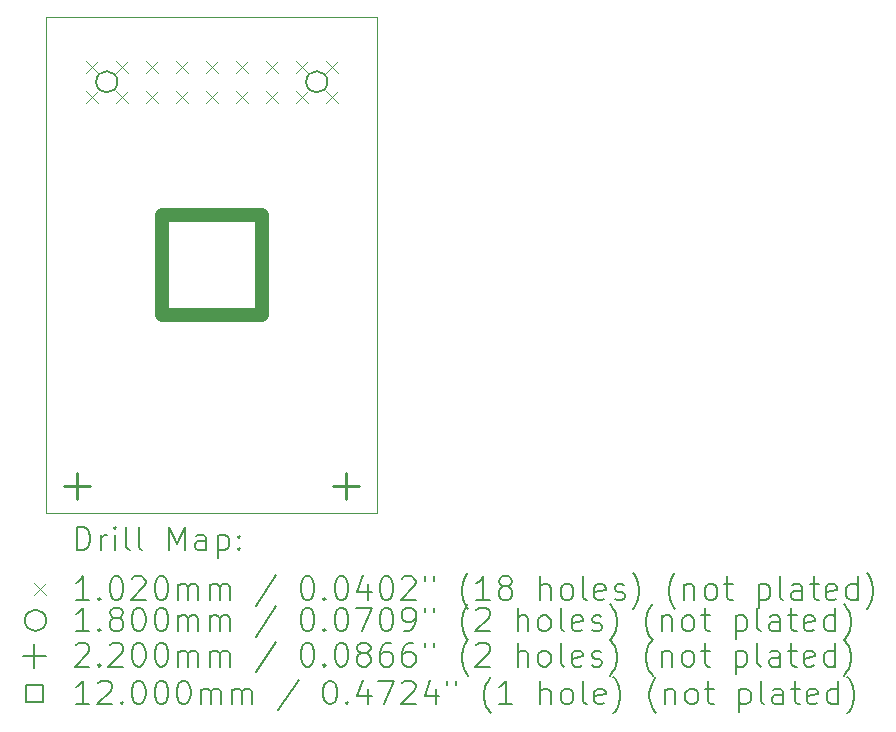
<source format=gbr>
%TF.GenerationSoftware,KiCad,Pcbnew,8.0.3*%
%TF.CreationDate,2024-07-14T16:13:25+03:00*%
%TF.ProjectId,TFT_Adapter,5446545f-4164-4617-9074-65722e6b6963,rev?*%
%TF.SameCoordinates,Original*%
%TF.FileFunction,Drillmap*%
%TF.FilePolarity,Positive*%
%FSLAX45Y45*%
G04 Gerber Fmt 4.5, Leading zero omitted, Abs format (unit mm)*
G04 Created by KiCad (PCBNEW 8.0.3) date 2024-07-14 16:13:25*
%MOMM*%
%LPD*%
G01*
G04 APERTURE LIST*
%ADD10C,0.050000*%
%ADD11C,0.200000*%
%ADD12C,0.102000*%
%ADD13C,0.180000*%
%ADD14C,0.220000*%
%ADD15C,1.200000*%
G04 APERTURE END LIST*
D10*
X13500000Y-5900000D02*
X16300000Y-5900000D01*
X16300000Y-10100000D01*
X13500000Y-10100000D01*
X13500000Y-5900000D01*
D11*
D12*
X13833000Y-6269200D02*
X13935000Y-6371200D01*
X13935000Y-6269200D02*
X13833000Y-6371200D01*
X13833000Y-6523200D02*
X13935000Y-6625200D01*
X13935000Y-6523200D02*
X13833000Y-6625200D01*
X14087000Y-6269200D02*
X14189000Y-6371200D01*
X14189000Y-6269200D02*
X14087000Y-6371200D01*
X14087000Y-6523200D02*
X14189000Y-6625200D01*
X14189000Y-6523200D02*
X14087000Y-6625200D01*
X14341000Y-6269200D02*
X14443000Y-6371200D01*
X14443000Y-6269200D02*
X14341000Y-6371200D01*
X14341000Y-6523200D02*
X14443000Y-6625200D01*
X14443000Y-6523200D02*
X14341000Y-6625200D01*
X14595000Y-6269200D02*
X14697000Y-6371200D01*
X14697000Y-6269200D02*
X14595000Y-6371200D01*
X14595000Y-6523200D02*
X14697000Y-6625200D01*
X14697000Y-6523200D02*
X14595000Y-6625200D01*
X14849000Y-6269200D02*
X14951000Y-6371200D01*
X14951000Y-6269200D02*
X14849000Y-6371200D01*
X14849000Y-6523200D02*
X14951000Y-6625200D01*
X14951000Y-6523200D02*
X14849000Y-6625200D01*
X15103000Y-6269200D02*
X15205000Y-6371200D01*
X15205000Y-6269200D02*
X15103000Y-6371200D01*
X15103000Y-6523200D02*
X15205000Y-6625200D01*
X15205000Y-6523200D02*
X15103000Y-6625200D01*
X15357000Y-6269200D02*
X15459000Y-6371200D01*
X15459000Y-6269200D02*
X15357000Y-6371200D01*
X15357000Y-6523200D02*
X15459000Y-6625200D01*
X15459000Y-6523200D02*
X15357000Y-6625200D01*
X15611000Y-6269200D02*
X15713000Y-6371200D01*
X15713000Y-6269200D02*
X15611000Y-6371200D01*
X15611000Y-6523200D02*
X15713000Y-6625200D01*
X15713000Y-6523200D02*
X15611000Y-6625200D01*
X15865000Y-6269200D02*
X15967000Y-6371200D01*
X15967000Y-6269200D02*
X15865000Y-6371200D01*
X15865000Y-6523200D02*
X15967000Y-6625200D01*
X15967000Y-6523200D02*
X15865000Y-6625200D01*
D13*
X14101000Y-6447200D02*
G75*
G02*
X13921000Y-6447200I-90000J0D01*
G01*
X13921000Y-6447200D02*
G75*
G02*
X14101000Y-6447200I90000J0D01*
G01*
X15879000Y-6447200D02*
G75*
G02*
X15699000Y-6447200I-90000J0D01*
G01*
X15699000Y-6447200D02*
G75*
G02*
X15879000Y-6447200I90000J0D01*
G01*
D14*
X13761000Y-9759000D02*
X13761000Y-9979000D01*
X13651000Y-9869000D02*
X13871000Y-9869000D01*
X16039000Y-9759000D02*
X16039000Y-9979000D01*
X15929000Y-9869000D02*
X16149000Y-9869000D01*
D15*
X15324268Y-8424268D02*
X15324268Y-7575732D01*
X14475732Y-7575732D01*
X14475732Y-8424268D01*
X15324268Y-8424268D01*
D11*
X13758277Y-10413984D02*
X13758277Y-10213984D01*
X13758277Y-10213984D02*
X13805896Y-10213984D01*
X13805896Y-10213984D02*
X13834467Y-10223508D01*
X13834467Y-10223508D02*
X13853515Y-10242555D01*
X13853515Y-10242555D02*
X13863039Y-10261603D01*
X13863039Y-10261603D02*
X13872562Y-10299698D01*
X13872562Y-10299698D02*
X13872562Y-10328270D01*
X13872562Y-10328270D02*
X13863039Y-10366365D01*
X13863039Y-10366365D02*
X13853515Y-10385412D01*
X13853515Y-10385412D02*
X13834467Y-10404460D01*
X13834467Y-10404460D02*
X13805896Y-10413984D01*
X13805896Y-10413984D02*
X13758277Y-10413984D01*
X13958277Y-10413984D02*
X13958277Y-10280650D01*
X13958277Y-10318746D02*
X13967801Y-10299698D01*
X13967801Y-10299698D02*
X13977324Y-10290174D01*
X13977324Y-10290174D02*
X13996372Y-10280650D01*
X13996372Y-10280650D02*
X14015420Y-10280650D01*
X14082086Y-10413984D02*
X14082086Y-10280650D01*
X14082086Y-10213984D02*
X14072562Y-10223508D01*
X14072562Y-10223508D02*
X14082086Y-10233031D01*
X14082086Y-10233031D02*
X14091610Y-10223508D01*
X14091610Y-10223508D02*
X14082086Y-10213984D01*
X14082086Y-10213984D02*
X14082086Y-10233031D01*
X14205896Y-10413984D02*
X14186848Y-10404460D01*
X14186848Y-10404460D02*
X14177324Y-10385412D01*
X14177324Y-10385412D02*
X14177324Y-10213984D01*
X14310658Y-10413984D02*
X14291610Y-10404460D01*
X14291610Y-10404460D02*
X14282086Y-10385412D01*
X14282086Y-10385412D02*
X14282086Y-10213984D01*
X14539229Y-10413984D02*
X14539229Y-10213984D01*
X14539229Y-10213984D02*
X14605896Y-10356841D01*
X14605896Y-10356841D02*
X14672562Y-10213984D01*
X14672562Y-10213984D02*
X14672562Y-10413984D01*
X14853515Y-10413984D02*
X14853515Y-10309222D01*
X14853515Y-10309222D02*
X14843991Y-10290174D01*
X14843991Y-10290174D02*
X14824943Y-10280650D01*
X14824943Y-10280650D02*
X14786848Y-10280650D01*
X14786848Y-10280650D02*
X14767801Y-10290174D01*
X14853515Y-10404460D02*
X14834467Y-10413984D01*
X14834467Y-10413984D02*
X14786848Y-10413984D01*
X14786848Y-10413984D02*
X14767801Y-10404460D01*
X14767801Y-10404460D02*
X14758277Y-10385412D01*
X14758277Y-10385412D02*
X14758277Y-10366365D01*
X14758277Y-10366365D02*
X14767801Y-10347317D01*
X14767801Y-10347317D02*
X14786848Y-10337793D01*
X14786848Y-10337793D02*
X14834467Y-10337793D01*
X14834467Y-10337793D02*
X14853515Y-10328270D01*
X14948753Y-10280650D02*
X14948753Y-10480650D01*
X14948753Y-10290174D02*
X14967801Y-10280650D01*
X14967801Y-10280650D02*
X15005896Y-10280650D01*
X15005896Y-10280650D02*
X15024943Y-10290174D01*
X15024943Y-10290174D02*
X15034467Y-10299698D01*
X15034467Y-10299698D02*
X15043991Y-10318746D01*
X15043991Y-10318746D02*
X15043991Y-10375889D01*
X15043991Y-10375889D02*
X15034467Y-10394936D01*
X15034467Y-10394936D02*
X15024943Y-10404460D01*
X15024943Y-10404460D02*
X15005896Y-10413984D01*
X15005896Y-10413984D02*
X14967801Y-10413984D01*
X14967801Y-10413984D02*
X14948753Y-10404460D01*
X15129705Y-10394936D02*
X15139229Y-10404460D01*
X15139229Y-10404460D02*
X15129705Y-10413984D01*
X15129705Y-10413984D02*
X15120182Y-10404460D01*
X15120182Y-10404460D02*
X15129705Y-10394936D01*
X15129705Y-10394936D02*
X15129705Y-10413984D01*
X15129705Y-10290174D02*
X15139229Y-10299698D01*
X15139229Y-10299698D02*
X15129705Y-10309222D01*
X15129705Y-10309222D02*
X15120182Y-10299698D01*
X15120182Y-10299698D02*
X15129705Y-10290174D01*
X15129705Y-10290174D02*
X15129705Y-10309222D01*
D12*
X13395500Y-10691500D02*
X13497500Y-10793500D01*
X13497500Y-10691500D02*
X13395500Y-10793500D01*
D11*
X13863039Y-10833984D02*
X13748753Y-10833984D01*
X13805896Y-10833984D02*
X13805896Y-10633984D01*
X13805896Y-10633984D02*
X13786848Y-10662555D01*
X13786848Y-10662555D02*
X13767801Y-10681603D01*
X13767801Y-10681603D02*
X13748753Y-10691127D01*
X13948753Y-10814936D02*
X13958277Y-10824460D01*
X13958277Y-10824460D02*
X13948753Y-10833984D01*
X13948753Y-10833984D02*
X13939229Y-10824460D01*
X13939229Y-10824460D02*
X13948753Y-10814936D01*
X13948753Y-10814936D02*
X13948753Y-10833984D01*
X14082086Y-10633984D02*
X14101134Y-10633984D01*
X14101134Y-10633984D02*
X14120182Y-10643508D01*
X14120182Y-10643508D02*
X14129705Y-10653031D01*
X14129705Y-10653031D02*
X14139229Y-10672079D01*
X14139229Y-10672079D02*
X14148753Y-10710174D01*
X14148753Y-10710174D02*
X14148753Y-10757793D01*
X14148753Y-10757793D02*
X14139229Y-10795889D01*
X14139229Y-10795889D02*
X14129705Y-10814936D01*
X14129705Y-10814936D02*
X14120182Y-10824460D01*
X14120182Y-10824460D02*
X14101134Y-10833984D01*
X14101134Y-10833984D02*
X14082086Y-10833984D01*
X14082086Y-10833984D02*
X14063039Y-10824460D01*
X14063039Y-10824460D02*
X14053515Y-10814936D01*
X14053515Y-10814936D02*
X14043991Y-10795889D01*
X14043991Y-10795889D02*
X14034467Y-10757793D01*
X14034467Y-10757793D02*
X14034467Y-10710174D01*
X14034467Y-10710174D02*
X14043991Y-10672079D01*
X14043991Y-10672079D02*
X14053515Y-10653031D01*
X14053515Y-10653031D02*
X14063039Y-10643508D01*
X14063039Y-10643508D02*
X14082086Y-10633984D01*
X14224943Y-10653031D02*
X14234467Y-10643508D01*
X14234467Y-10643508D02*
X14253515Y-10633984D01*
X14253515Y-10633984D02*
X14301134Y-10633984D01*
X14301134Y-10633984D02*
X14320182Y-10643508D01*
X14320182Y-10643508D02*
X14329705Y-10653031D01*
X14329705Y-10653031D02*
X14339229Y-10672079D01*
X14339229Y-10672079D02*
X14339229Y-10691127D01*
X14339229Y-10691127D02*
X14329705Y-10719698D01*
X14329705Y-10719698D02*
X14215420Y-10833984D01*
X14215420Y-10833984D02*
X14339229Y-10833984D01*
X14463039Y-10633984D02*
X14482086Y-10633984D01*
X14482086Y-10633984D02*
X14501134Y-10643508D01*
X14501134Y-10643508D02*
X14510658Y-10653031D01*
X14510658Y-10653031D02*
X14520182Y-10672079D01*
X14520182Y-10672079D02*
X14529705Y-10710174D01*
X14529705Y-10710174D02*
X14529705Y-10757793D01*
X14529705Y-10757793D02*
X14520182Y-10795889D01*
X14520182Y-10795889D02*
X14510658Y-10814936D01*
X14510658Y-10814936D02*
X14501134Y-10824460D01*
X14501134Y-10824460D02*
X14482086Y-10833984D01*
X14482086Y-10833984D02*
X14463039Y-10833984D01*
X14463039Y-10833984D02*
X14443991Y-10824460D01*
X14443991Y-10824460D02*
X14434467Y-10814936D01*
X14434467Y-10814936D02*
X14424943Y-10795889D01*
X14424943Y-10795889D02*
X14415420Y-10757793D01*
X14415420Y-10757793D02*
X14415420Y-10710174D01*
X14415420Y-10710174D02*
X14424943Y-10672079D01*
X14424943Y-10672079D02*
X14434467Y-10653031D01*
X14434467Y-10653031D02*
X14443991Y-10643508D01*
X14443991Y-10643508D02*
X14463039Y-10633984D01*
X14615420Y-10833984D02*
X14615420Y-10700650D01*
X14615420Y-10719698D02*
X14624943Y-10710174D01*
X14624943Y-10710174D02*
X14643991Y-10700650D01*
X14643991Y-10700650D02*
X14672563Y-10700650D01*
X14672563Y-10700650D02*
X14691610Y-10710174D01*
X14691610Y-10710174D02*
X14701134Y-10729222D01*
X14701134Y-10729222D02*
X14701134Y-10833984D01*
X14701134Y-10729222D02*
X14710658Y-10710174D01*
X14710658Y-10710174D02*
X14729705Y-10700650D01*
X14729705Y-10700650D02*
X14758277Y-10700650D01*
X14758277Y-10700650D02*
X14777324Y-10710174D01*
X14777324Y-10710174D02*
X14786848Y-10729222D01*
X14786848Y-10729222D02*
X14786848Y-10833984D01*
X14882086Y-10833984D02*
X14882086Y-10700650D01*
X14882086Y-10719698D02*
X14891610Y-10710174D01*
X14891610Y-10710174D02*
X14910658Y-10700650D01*
X14910658Y-10700650D02*
X14939229Y-10700650D01*
X14939229Y-10700650D02*
X14958277Y-10710174D01*
X14958277Y-10710174D02*
X14967801Y-10729222D01*
X14967801Y-10729222D02*
X14967801Y-10833984D01*
X14967801Y-10729222D02*
X14977324Y-10710174D01*
X14977324Y-10710174D02*
X14996372Y-10700650D01*
X14996372Y-10700650D02*
X15024943Y-10700650D01*
X15024943Y-10700650D02*
X15043991Y-10710174D01*
X15043991Y-10710174D02*
X15053515Y-10729222D01*
X15053515Y-10729222D02*
X15053515Y-10833984D01*
X15443991Y-10624460D02*
X15272563Y-10881603D01*
X15701134Y-10633984D02*
X15720182Y-10633984D01*
X15720182Y-10633984D02*
X15739229Y-10643508D01*
X15739229Y-10643508D02*
X15748753Y-10653031D01*
X15748753Y-10653031D02*
X15758277Y-10672079D01*
X15758277Y-10672079D02*
X15767801Y-10710174D01*
X15767801Y-10710174D02*
X15767801Y-10757793D01*
X15767801Y-10757793D02*
X15758277Y-10795889D01*
X15758277Y-10795889D02*
X15748753Y-10814936D01*
X15748753Y-10814936D02*
X15739229Y-10824460D01*
X15739229Y-10824460D02*
X15720182Y-10833984D01*
X15720182Y-10833984D02*
X15701134Y-10833984D01*
X15701134Y-10833984D02*
X15682086Y-10824460D01*
X15682086Y-10824460D02*
X15672563Y-10814936D01*
X15672563Y-10814936D02*
X15663039Y-10795889D01*
X15663039Y-10795889D02*
X15653515Y-10757793D01*
X15653515Y-10757793D02*
X15653515Y-10710174D01*
X15653515Y-10710174D02*
X15663039Y-10672079D01*
X15663039Y-10672079D02*
X15672563Y-10653031D01*
X15672563Y-10653031D02*
X15682086Y-10643508D01*
X15682086Y-10643508D02*
X15701134Y-10633984D01*
X15853515Y-10814936D02*
X15863039Y-10824460D01*
X15863039Y-10824460D02*
X15853515Y-10833984D01*
X15853515Y-10833984D02*
X15843991Y-10824460D01*
X15843991Y-10824460D02*
X15853515Y-10814936D01*
X15853515Y-10814936D02*
X15853515Y-10833984D01*
X15986848Y-10633984D02*
X16005896Y-10633984D01*
X16005896Y-10633984D02*
X16024944Y-10643508D01*
X16024944Y-10643508D02*
X16034467Y-10653031D01*
X16034467Y-10653031D02*
X16043991Y-10672079D01*
X16043991Y-10672079D02*
X16053515Y-10710174D01*
X16053515Y-10710174D02*
X16053515Y-10757793D01*
X16053515Y-10757793D02*
X16043991Y-10795889D01*
X16043991Y-10795889D02*
X16034467Y-10814936D01*
X16034467Y-10814936D02*
X16024944Y-10824460D01*
X16024944Y-10824460D02*
X16005896Y-10833984D01*
X16005896Y-10833984D02*
X15986848Y-10833984D01*
X15986848Y-10833984D02*
X15967801Y-10824460D01*
X15967801Y-10824460D02*
X15958277Y-10814936D01*
X15958277Y-10814936D02*
X15948753Y-10795889D01*
X15948753Y-10795889D02*
X15939229Y-10757793D01*
X15939229Y-10757793D02*
X15939229Y-10710174D01*
X15939229Y-10710174D02*
X15948753Y-10672079D01*
X15948753Y-10672079D02*
X15958277Y-10653031D01*
X15958277Y-10653031D02*
X15967801Y-10643508D01*
X15967801Y-10643508D02*
X15986848Y-10633984D01*
X16224944Y-10700650D02*
X16224944Y-10833984D01*
X16177325Y-10624460D02*
X16129706Y-10767317D01*
X16129706Y-10767317D02*
X16253515Y-10767317D01*
X16367801Y-10633984D02*
X16386848Y-10633984D01*
X16386848Y-10633984D02*
X16405896Y-10643508D01*
X16405896Y-10643508D02*
X16415420Y-10653031D01*
X16415420Y-10653031D02*
X16424944Y-10672079D01*
X16424944Y-10672079D02*
X16434467Y-10710174D01*
X16434467Y-10710174D02*
X16434467Y-10757793D01*
X16434467Y-10757793D02*
X16424944Y-10795889D01*
X16424944Y-10795889D02*
X16415420Y-10814936D01*
X16415420Y-10814936D02*
X16405896Y-10824460D01*
X16405896Y-10824460D02*
X16386848Y-10833984D01*
X16386848Y-10833984D02*
X16367801Y-10833984D01*
X16367801Y-10833984D02*
X16348753Y-10824460D01*
X16348753Y-10824460D02*
X16339229Y-10814936D01*
X16339229Y-10814936D02*
X16329706Y-10795889D01*
X16329706Y-10795889D02*
X16320182Y-10757793D01*
X16320182Y-10757793D02*
X16320182Y-10710174D01*
X16320182Y-10710174D02*
X16329706Y-10672079D01*
X16329706Y-10672079D02*
X16339229Y-10653031D01*
X16339229Y-10653031D02*
X16348753Y-10643508D01*
X16348753Y-10643508D02*
X16367801Y-10633984D01*
X16510658Y-10653031D02*
X16520182Y-10643508D01*
X16520182Y-10643508D02*
X16539229Y-10633984D01*
X16539229Y-10633984D02*
X16586848Y-10633984D01*
X16586848Y-10633984D02*
X16605896Y-10643508D01*
X16605896Y-10643508D02*
X16615420Y-10653031D01*
X16615420Y-10653031D02*
X16624944Y-10672079D01*
X16624944Y-10672079D02*
X16624944Y-10691127D01*
X16624944Y-10691127D02*
X16615420Y-10719698D01*
X16615420Y-10719698D02*
X16501134Y-10833984D01*
X16501134Y-10833984D02*
X16624944Y-10833984D01*
X16701134Y-10633984D02*
X16701134Y-10672079D01*
X16777325Y-10633984D02*
X16777325Y-10672079D01*
X17072563Y-10910174D02*
X17063039Y-10900650D01*
X17063039Y-10900650D02*
X17043991Y-10872079D01*
X17043991Y-10872079D02*
X17034468Y-10853031D01*
X17034468Y-10853031D02*
X17024944Y-10824460D01*
X17024944Y-10824460D02*
X17015420Y-10776841D01*
X17015420Y-10776841D02*
X17015420Y-10738746D01*
X17015420Y-10738746D02*
X17024944Y-10691127D01*
X17024944Y-10691127D02*
X17034468Y-10662555D01*
X17034468Y-10662555D02*
X17043991Y-10643508D01*
X17043991Y-10643508D02*
X17063039Y-10614936D01*
X17063039Y-10614936D02*
X17072563Y-10605412D01*
X17253515Y-10833984D02*
X17139230Y-10833984D01*
X17196372Y-10833984D02*
X17196372Y-10633984D01*
X17196372Y-10633984D02*
X17177325Y-10662555D01*
X17177325Y-10662555D02*
X17158277Y-10681603D01*
X17158277Y-10681603D02*
X17139230Y-10691127D01*
X17367801Y-10719698D02*
X17348753Y-10710174D01*
X17348753Y-10710174D02*
X17339230Y-10700650D01*
X17339230Y-10700650D02*
X17329706Y-10681603D01*
X17329706Y-10681603D02*
X17329706Y-10672079D01*
X17329706Y-10672079D02*
X17339230Y-10653031D01*
X17339230Y-10653031D02*
X17348753Y-10643508D01*
X17348753Y-10643508D02*
X17367801Y-10633984D01*
X17367801Y-10633984D02*
X17405896Y-10633984D01*
X17405896Y-10633984D02*
X17424944Y-10643508D01*
X17424944Y-10643508D02*
X17434468Y-10653031D01*
X17434468Y-10653031D02*
X17443991Y-10672079D01*
X17443991Y-10672079D02*
X17443991Y-10681603D01*
X17443991Y-10681603D02*
X17434468Y-10700650D01*
X17434468Y-10700650D02*
X17424944Y-10710174D01*
X17424944Y-10710174D02*
X17405896Y-10719698D01*
X17405896Y-10719698D02*
X17367801Y-10719698D01*
X17367801Y-10719698D02*
X17348753Y-10729222D01*
X17348753Y-10729222D02*
X17339230Y-10738746D01*
X17339230Y-10738746D02*
X17329706Y-10757793D01*
X17329706Y-10757793D02*
X17329706Y-10795889D01*
X17329706Y-10795889D02*
X17339230Y-10814936D01*
X17339230Y-10814936D02*
X17348753Y-10824460D01*
X17348753Y-10824460D02*
X17367801Y-10833984D01*
X17367801Y-10833984D02*
X17405896Y-10833984D01*
X17405896Y-10833984D02*
X17424944Y-10824460D01*
X17424944Y-10824460D02*
X17434468Y-10814936D01*
X17434468Y-10814936D02*
X17443991Y-10795889D01*
X17443991Y-10795889D02*
X17443991Y-10757793D01*
X17443991Y-10757793D02*
X17434468Y-10738746D01*
X17434468Y-10738746D02*
X17424944Y-10729222D01*
X17424944Y-10729222D02*
X17405896Y-10719698D01*
X17682087Y-10833984D02*
X17682087Y-10633984D01*
X17767801Y-10833984D02*
X17767801Y-10729222D01*
X17767801Y-10729222D02*
X17758277Y-10710174D01*
X17758277Y-10710174D02*
X17739230Y-10700650D01*
X17739230Y-10700650D02*
X17710658Y-10700650D01*
X17710658Y-10700650D02*
X17691611Y-10710174D01*
X17691611Y-10710174D02*
X17682087Y-10719698D01*
X17891611Y-10833984D02*
X17872563Y-10824460D01*
X17872563Y-10824460D02*
X17863039Y-10814936D01*
X17863039Y-10814936D02*
X17853515Y-10795889D01*
X17853515Y-10795889D02*
X17853515Y-10738746D01*
X17853515Y-10738746D02*
X17863039Y-10719698D01*
X17863039Y-10719698D02*
X17872563Y-10710174D01*
X17872563Y-10710174D02*
X17891611Y-10700650D01*
X17891611Y-10700650D02*
X17920182Y-10700650D01*
X17920182Y-10700650D02*
X17939230Y-10710174D01*
X17939230Y-10710174D02*
X17948753Y-10719698D01*
X17948753Y-10719698D02*
X17958277Y-10738746D01*
X17958277Y-10738746D02*
X17958277Y-10795889D01*
X17958277Y-10795889D02*
X17948753Y-10814936D01*
X17948753Y-10814936D02*
X17939230Y-10824460D01*
X17939230Y-10824460D02*
X17920182Y-10833984D01*
X17920182Y-10833984D02*
X17891611Y-10833984D01*
X18072563Y-10833984D02*
X18053515Y-10824460D01*
X18053515Y-10824460D02*
X18043992Y-10805412D01*
X18043992Y-10805412D02*
X18043992Y-10633984D01*
X18224944Y-10824460D02*
X18205896Y-10833984D01*
X18205896Y-10833984D02*
X18167801Y-10833984D01*
X18167801Y-10833984D02*
X18148753Y-10824460D01*
X18148753Y-10824460D02*
X18139230Y-10805412D01*
X18139230Y-10805412D02*
X18139230Y-10729222D01*
X18139230Y-10729222D02*
X18148753Y-10710174D01*
X18148753Y-10710174D02*
X18167801Y-10700650D01*
X18167801Y-10700650D02*
X18205896Y-10700650D01*
X18205896Y-10700650D02*
X18224944Y-10710174D01*
X18224944Y-10710174D02*
X18234468Y-10729222D01*
X18234468Y-10729222D02*
X18234468Y-10748270D01*
X18234468Y-10748270D02*
X18139230Y-10767317D01*
X18310658Y-10824460D02*
X18329706Y-10833984D01*
X18329706Y-10833984D02*
X18367801Y-10833984D01*
X18367801Y-10833984D02*
X18386849Y-10824460D01*
X18386849Y-10824460D02*
X18396373Y-10805412D01*
X18396373Y-10805412D02*
X18396373Y-10795889D01*
X18396373Y-10795889D02*
X18386849Y-10776841D01*
X18386849Y-10776841D02*
X18367801Y-10767317D01*
X18367801Y-10767317D02*
X18339230Y-10767317D01*
X18339230Y-10767317D02*
X18320182Y-10757793D01*
X18320182Y-10757793D02*
X18310658Y-10738746D01*
X18310658Y-10738746D02*
X18310658Y-10729222D01*
X18310658Y-10729222D02*
X18320182Y-10710174D01*
X18320182Y-10710174D02*
X18339230Y-10700650D01*
X18339230Y-10700650D02*
X18367801Y-10700650D01*
X18367801Y-10700650D02*
X18386849Y-10710174D01*
X18463039Y-10910174D02*
X18472563Y-10900650D01*
X18472563Y-10900650D02*
X18491611Y-10872079D01*
X18491611Y-10872079D02*
X18501134Y-10853031D01*
X18501134Y-10853031D02*
X18510658Y-10824460D01*
X18510658Y-10824460D02*
X18520182Y-10776841D01*
X18520182Y-10776841D02*
X18520182Y-10738746D01*
X18520182Y-10738746D02*
X18510658Y-10691127D01*
X18510658Y-10691127D02*
X18501134Y-10662555D01*
X18501134Y-10662555D02*
X18491611Y-10643508D01*
X18491611Y-10643508D02*
X18472563Y-10614936D01*
X18472563Y-10614936D02*
X18463039Y-10605412D01*
X18824944Y-10910174D02*
X18815420Y-10900650D01*
X18815420Y-10900650D02*
X18796373Y-10872079D01*
X18796373Y-10872079D02*
X18786849Y-10853031D01*
X18786849Y-10853031D02*
X18777325Y-10824460D01*
X18777325Y-10824460D02*
X18767801Y-10776841D01*
X18767801Y-10776841D02*
X18767801Y-10738746D01*
X18767801Y-10738746D02*
X18777325Y-10691127D01*
X18777325Y-10691127D02*
X18786849Y-10662555D01*
X18786849Y-10662555D02*
X18796373Y-10643508D01*
X18796373Y-10643508D02*
X18815420Y-10614936D01*
X18815420Y-10614936D02*
X18824944Y-10605412D01*
X18901134Y-10700650D02*
X18901134Y-10833984D01*
X18901134Y-10719698D02*
X18910658Y-10710174D01*
X18910658Y-10710174D02*
X18929706Y-10700650D01*
X18929706Y-10700650D02*
X18958277Y-10700650D01*
X18958277Y-10700650D02*
X18977325Y-10710174D01*
X18977325Y-10710174D02*
X18986849Y-10729222D01*
X18986849Y-10729222D02*
X18986849Y-10833984D01*
X19110658Y-10833984D02*
X19091611Y-10824460D01*
X19091611Y-10824460D02*
X19082087Y-10814936D01*
X19082087Y-10814936D02*
X19072563Y-10795889D01*
X19072563Y-10795889D02*
X19072563Y-10738746D01*
X19072563Y-10738746D02*
X19082087Y-10719698D01*
X19082087Y-10719698D02*
X19091611Y-10710174D01*
X19091611Y-10710174D02*
X19110658Y-10700650D01*
X19110658Y-10700650D02*
X19139230Y-10700650D01*
X19139230Y-10700650D02*
X19158277Y-10710174D01*
X19158277Y-10710174D02*
X19167801Y-10719698D01*
X19167801Y-10719698D02*
X19177325Y-10738746D01*
X19177325Y-10738746D02*
X19177325Y-10795889D01*
X19177325Y-10795889D02*
X19167801Y-10814936D01*
X19167801Y-10814936D02*
X19158277Y-10824460D01*
X19158277Y-10824460D02*
X19139230Y-10833984D01*
X19139230Y-10833984D02*
X19110658Y-10833984D01*
X19234468Y-10700650D02*
X19310658Y-10700650D01*
X19263039Y-10633984D02*
X19263039Y-10805412D01*
X19263039Y-10805412D02*
X19272563Y-10824460D01*
X19272563Y-10824460D02*
X19291611Y-10833984D01*
X19291611Y-10833984D02*
X19310658Y-10833984D01*
X19529706Y-10700650D02*
X19529706Y-10900650D01*
X19529706Y-10710174D02*
X19548754Y-10700650D01*
X19548754Y-10700650D02*
X19586849Y-10700650D01*
X19586849Y-10700650D02*
X19605896Y-10710174D01*
X19605896Y-10710174D02*
X19615420Y-10719698D01*
X19615420Y-10719698D02*
X19624944Y-10738746D01*
X19624944Y-10738746D02*
X19624944Y-10795889D01*
X19624944Y-10795889D02*
X19615420Y-10814936D01*
X19615420Y-10814936D02*
X19605896Y-10824460D01*
X19605896Y-10824460D02*
X19586849Y-10833984D01*
X19586849Y-10833984D02*
X19548754Y-10833984D01*
X19548754Y-10833984D02*
X19529706Y-10824460D01*
X19739230Y-10833984D02*
X19720182Y-10824460D01*
X19720182Y-10824460D02*
X19710658Y-10805412D01*
X19710658Y-10805412D02*
X19710658Y-10633984D01*
X19901135Y-10833984D02*
X19901135Y-10729222D01*
X19901135Y-10729222D02*
X19891611Y-10710174D01*
X19891611Y-10710174D02*
X19872563Y-10700650D01*
X19872563Y-10700650D02*
X19834468Y-10700650D01*
X19834468Y-10700650D02*
X19815420Y-10710174D01*
X19901135Y-10824460D02*
X19882087Y-10833984D01*
X19882087Y-10833984D02*
X19834468Y-10833984D01*
X19834468Y-10833984D02*
X19815420Y-10824460D01*
X19815420Y-10824460D02*
X19805896Y-10805412D01*
X19805896Y-10805412D02*
X19805896Y-10786365D01*
X19805896Y-10786365D02*
X19815420Y-10767317D01*
X19815420Y-10767317D02*
X19834468Y-10757793D01*
X19834468Y-10757793D02*
X19882087Y-10757793D01*
X19882087Y-10757793D02*
X19901135Y-10748270D01*
X19967801Y-10700650D02*
X20043992Y-10700650D01*
X19996373Y-10633984D02*
X19996373Y-10805412D01*
X19996373Y-10805412D02*
X20005896Y-10824460D01*
X20005896Y-10824460D02*
X20024944Y-10833984D01*
X20024944Y-10833984D02*
X20043992Y-10833984D01*
X20186849Y-10824460D02*
X20167801Y-10833984D01*
X20167801Y-10833984D02*
X20129706Y-10833984D01*
X20129706Y-10833984D02*
X20110658Y-10824460D01*
X20110658Y-10824460D02*
X20101135Y-10805412D01*
X20101135Y-10805412D02*
X20101135Y-10729222D01*
X20101135Y-10729222D02*
X20110658Y-10710174D01*
X20110658Y-10710174D02*
X20129706Y-10700650D01*
X20129706Y-10700650D02*
X20167801Y-10700650D01*
X20167801Y-10700650D02*
X20186849Y-10710174D01*
X20186849Y-10710174D02*
X20196373Y-10729222D01*
X20196373Y-10729222D02*
X20196373Y-10748270D01*
X20196373Y-10748270D02*
X20101135Y-10767317D01*
X20367801Y-10833984D02*
X20367801Y-10633984D01*
X20367801Y-10824460D02*
X20348754Y-10833984D01*
X20348754Y-10833984D02*
X20310658Y-10833984D01*
X20310658Y-10833984D02*
X20291611Y-10824460D01*
X20291611Y-10824460D02*
X20282087Y-10814936D01*
X20282087Y-10814936D02*
X20272563Y-10795889D01*
X20272563Y-10795889D02*
X20272563Y-10738746D01*
X20272563Y-10738746D02*
X20282087Y-10719698D01*
X20282087Y-10719698D02*
X20291611Y-10710174D01*
X20291611Y-10710174D02*
X20310658Y-10700650D01*
X20310658Y-10700650D02*
X20348754Y-10700650D01*
X20348754Y-10700650D02*
X20367801Y-10710174D01*
X20443992Y-10910174D02*
X20453516Y-10900650D01*
X20453516Y-10900650D02*
X20472563Y-10872079D01*
X20472563Y-10872079D02*
X20482087Y-10853031D01*
X20482087Y-10853031D02*
X20491611Y-10824460D01*
X20491611Y-10824460D02*
X20501135Y-10776841D01*
X20501135Y-10776841D02*
X20501135Y-10738746D01*
X20501135Y-10738746D02*
X20491611Y-10691127D01*
X20491611Y-10691127D02*
X20482087Y-10662555D01*
X20482087Y-10662555D02*
X20472563Y-10643508D01*
X20472563Y-10643508D02*
X20453516Y-10614936D01*
X20453516Y-10614936D02*
X20443992Y-10605412D01*
D13*
X13497500Y-11006500D02*
G75*
G02*
X13317500Y-11006500I-90000J0D01*
G01*
X13317500Y-11006500D02*
G75*
G02*
X13497500Y-11006500I90000J0D01*
G01*
D11*
X13863039Y-11097984D02*
X13748753Y-11097984D01*
X13805896Y-11097984D02*
X13805896Y-10897984D01*
X13805896Y-10897984D02*
X13786848Y-10926555D01*
X13786848Y-10926555D02*
X13767801Y-10945603D01*
X13767801Y-10945603D02*
X13748753Y-10955127D01*
X13948753Y-11078936D02*
X13958277Y-11088460D01*
X13958277Y-11088460D02*
X13948753Y-11097984D01*
X13948753Y-11097984D02*
X13939229Y-11088460D01*
X13939229Y-11088460D02*
X13948753Y-11078936D01*
X13948753Y-11078936D02*
X13948753Y-11097984D01*
X14072562Y-10983698D02*
X14053515Y-10974174D01*
X14053515Y-10974174D02*
X14043991Y-10964650D01*
X14043991Y-10964650D02*
X14034467Y-10945603D01*
X14034467Y-10945603D02*
X14034467Y-10936079D01*
X14034467Y-10936079D02*
X14043991Y-10917031D01*
X14043991Y-10917031D02*
X14053515Y-10907508D01*
X14053515Y-10907508D02*
X14072562Y-10897984D01*
X14072562Y-10897984D02*
X14110658Y-10897984D01*
X14110658Y-10897984D02*
X14129705Y-10907508D01*
X14129705Y-10907508D02*
X14139229Y-10917031D01*
X14139229Y-10917031D02*
X14148753Y-10936079D01*
X14148753Y-10936079D02*
X14148753Y-10945603D01*
X14148753Y-10945603D02*
X14139229Y-10964650D01*
X14139229Y-10964650D02*
X14129705Y-10974174D01*
X14129705Y-10974174D02*
X14110658Y-10983698D01*
X14110658Y-10983698D02*
X14072562Y-10983698D01*
X14072562Y-10983698D02*
X14053515Y-10993222D01*
X14053515Y-10993222D02*
X14043991Y-11002746D01*
X14043991Y-11002746D02*
X14034467Y-11021793D01*
X14034467Y-11021793D02*
X14034467Y-11059889D01*
X14034467Y-11059889D02*
X14043991Y-11078936D01*
X14043991Y-11078936D02*
X14053515Y-11088460D01*
X14053515Y-11088460D02*
X14072562Y-11097984D01*
X14072562Y-11097984D02*
X14110658Y-11097984D01*
X14110658Y-11097984D02*
X14129705Y-11088460D01*
X14129705Y-11088460D02*
X14139229Y-11078936D01*
X14139229Y-11078936D02*
X14148753Y-11059889D01*
X14148753Y-11059889D02*
X14148753Y-11021793D01*
X14148753Y-11021793D02*
X14139229Y-11002746D01*
X14139229Y-11002746D02*
X14129705Y-10993222D01*
X14129705Y-10993222D02*
X14110658Y-10983698D01*
X14272562Y-10897984D02*
X14291610Y-10897984D01*
X14291610Y-10897984D02*
X14310658Y-10907508D01*
X14310658Y-10907508D02*
X14320182Y-10917031D01*
X14320182Y-10917031D02*
X14329705Y-10936079D01*
X14329705Y-10936079D02*
X14339229Y-10974174D01*
X14339229Y-10974174D02*
X14339229Y-11021793D01*
X14339229Y-11021793D02*
X14329705Y-11059889D01*
X14329705Y-11059889D02*
X14320182Y-11078936D01*
X14320182Y-11078936D02*
X14310658Y-11088460D01*
X14310658Y-11088460D02*
X14291610Y-11097984D01*
X14291610Y-11097984D02*
X14272562Y-11097984D01*
X14272562Y-11097984D02*
X14253515Y-11088460D01*
X14253515Y-11088460D02*
X14243991Y-11078936D01*
X14243991Y-11078936D02*
X14234467Y-11059889D01*
X14234467Y-11059889D02*
X14224943Y-11021793D01*
X14224943Y-11021793D02*
X14224943Y-10974174D01*
X14224943Y-10974174D02*
X14234467Y-10936079D01*
X14234467Y-10936079D02*
X14243991Y-10917031D01*
X14243991Y-10917031D02*
X14253515Y-10907508D01*
X14253515Y-10907508D02*
X14272562Y-10897984D01*
X14463039Y-10897984D02*
X14482086Y-10897984D01*
X14482086Y-10897984D02*
X14501134Y-10907508D01*
X14501134Y-10907508D02*
X14510658Y-10917031D01*
X14510658Y-10917031D02*
X14520182Y-10936079D01*
X14520182Y-10936079D02*
X14529705Y-10974174D01*
X14529705Y-10974174D02*
X14529705Y-11021793D01*
X14529705Y-11021793D02*
X14520182Y-11059889D01*
X14520182Y-11059889D02*
X14510658Y-11078936D01*
X14510658Y-11078936D02*
X14501134Y-11088460D01*
X14501134Y-11088460D02*
X14482086Y-11097984D01*
X14482086Y-11097984D02*
X14463039Y-11097984D01*
X14463039Y-11097984D02*
X14443991Y-11088460D01*
X14443991Y-11088460D02*
X14434467Y-11078936D01*
X14434467Y-11078936D02*
X14424943Y-11059889D01*
X14424943Y-11059889D02*
X14415420Y-11021793D01*
X14415420Y-11021793D02*
X14415420Y-10974174D01*
X14415420Y-10974174D02*
X14424943Y-10936079D01*
X14424943Y-10936079D02*
X14434467Y-10917031D01*
X14434467Y-10917031D02*
X14443991Y-10907508D01*
X14443991Y-10907508D02*
X14463039Y-10897984D01*
X14615420Y-11097984D02*
X14615420Y-10964650D01*
X14615420Y-10983698D02*
X14624943Y-10974174D01*
X14624943Y-10974174D02*
X14643991Y-10964650D01*
X14643991Y-10964650D02*
X14672563Y-10964650D01*
X14672563Y-10964650D02*
X14691610Y-10974174D01*
X14691610Y-10974174D02*
X14701134Y-10993222D01*
X14701134Y-10993222D02*
X14701134Y-11097984D01*
X14701134Y-10993222D02*
X14710658Y-10974174D01*
X14710658Y-10974174D02*
X14729705Y-10964650D01*
X14729705Y-10964650D02*
X14758277Y-10964650D01*
X14758277Y-10964650D02*
X14777324Y-10974174D01*
X14777324Y-10974174D02*
X14786848Y-10993222D01*
X14786848Y-10993222D02*
X14786848Y-11097984D01*
X14882086Y-11097984D02*
X14882086Y-10964650D01*
X14882086Y-10983698D02*
X14891610Y-10974174D01*
X14891610Y-10974174D02*
X14910658Y-10964650D01*
X14910658Y-10964650D02*
X14939229Y-10964650D01*
X14939229Y-10964650D02*
X14958277Y-10974174D01*
X14958277Y-10974174D02*
X14967801Y-10993222D01*
X14967801Y-10993222D02*
X14967801Y-11097984D01*
X14967801Y-10993222D02*
X14977324Y-10974174D01*
X14977324Y-10974174D02*
X14996372Y-10964650D01*
X14996372Y-10964650D02*
X15024943Y-10964650D01*
X15024943Y-10964650D02*
X15043991Y-10974174D01*
X15043991Y-10974174D02*
X15053515Y-10993222D01*
X15053515Y-10993222D02*
X15053515Y-11097984D01*
X15443991Y-10888460D02*
X15272563Y-11145603D01*
X15701134Y-10897984D02*
X15720182Y-10897984D01*
X15720182Y-10897984D02*
X15739229Y-10907508D01*
X15739229Y-10907508D02*
X15748753Y-10917031D01*
X15748753Y-10917031D02*
X15758277Y-10936079D01*
X15758277Y-10936079D02*
X15767801Y-10974174D01*
X15767801Y-10974174D02*
X15767801Y-11021793D01*
X15767801Y-11021793D02*
X15758277Y-11059889D01*
X15758277Y-11059889D02*
X15748753Y-11078936D01*
X15748753Y-11078936D02*
X15739229Y-11088460D01*
X15739229Y-11088460D02*
X15720182Y-11097984D01*
X15720182Y-11097984D02*
X15701134Y-11097984D01*
X15701134Y-11097984D02*
X15682086Y-11088460D01*
X15682086Y-11088460D02*
X15672563Y-11078936D01*
X15672563Y-11078936D02*
X15663039Y-11059889D01*
X15663039Y-11059889D02*
X15653515Y-11021793D01*
X15653515Y-11021793D02*
X15653515Y-10974174D01*
X15653515Y-10974174D02*
X15663039Y-10936079D01*
X15663039Y-10936079D02*
X15672563Y-10917031D01*
X15672563Y-10917031D02*
X15682086Y-10907508D01*
X15682086Y-10907508D02*
X15701134Y-10897984D01*
X15853515Y-11078936D02*
X15863039Y-11088460D01*
X15863039Y-11088460D02*
X15853515Y-11097984D01*
X15853515Y-11097984D02*
X15843991Y-11088460D01*
X15843991Y-11088460D02*
X15853515Y-11078936D01*
X15853515Y-11078936D02*
X15853515Y-11097984D01*
X15986848Y-10897984D02*
X16005896Y-10897984D01*
X16005896Y-10897984D02*
X16024944Y-10907508D01*
X16024944Y-10907508D02*
X16034467Y-10917031D01*
X16034467Y-10917031D02*
X16043991Y-10936079D01*
X16043991Y-10936079D02*
X16053515Y-10974174D01*
X16053515Y-10974174D02*
X16053515Y-11021793D01*
X16053515Y-11021793D02*
X16043991Y-11059889D01*
X16043991Y-11059889D02*
X16034467Y-11078936D01*
X16034467Y-11078936D02*
X16024944Y-11088460D01*
X16024944Y-11088460D02*
X16005896Y-11097984D01*
X16005896Y-11097984D02*
X15986848Y-11097984D01*
X15986848Y-11097984D02*
X15967801Y-11088460D01*
X15967801Y-11088460D02*
X15958277Y-11078936D01*
X15958277Y-11078936D02*
X15948753Y-11059889D01*
X15948753Y-11059889D02*
X15939229Y-11021793D01*
X15939229Y-11021793D02*
X15939229Y-10974174D01*
X15939229Y-10974174D02*
X15948753Y-10936079D01*
X15948753Y-10936079D02*
X15958277Y-10917031D01*
X15958277Y-10917031D02*
X15967801Y-10907508D01*
X15967801Y-10907508D02*
X15986848Y-10897984D01*
X16120182Y-10897984D02*
X16253515Y-10897984D01*
X16253515Y-10897984D02*
X16167801Y-11097984D01*
X16367801Y-10897984D02*
X16386848Y-10897984D01*
X16386848Y-10897984D02*
X16405896Y-10907508D01*
X16405896Y-10907508D02*
X16415420Y-10917031D01*
X16415420Y-10917031D02*
X16424944Y-10936079D01*
X16424944Y-10936079D02*
X16434467Y-10974174D01*
X16434467Y-10974174D02*
X16434467Y-11021793D01*
X16434467Y-11021793D02*
X16424944Y-11059889D01*
X16424944Y-11059889D02*
X16415420Y-11078936D01*
X16415420Y-11078936D02*
X16405896Y-11088460D01*
X16405896Y-11088460D02*
X16386848Y-11097984D01*
X16386848Y-11097984D02*
X16367801Y-11097984D01*
X16367801Y-11097984D02*
X16348753Y-11088460D01*
X16348753Y-11088460D02*
X16339229Y-11078936D01*
X16339229Y-11078936D02*
X16329706Y-11059889D01*
X16329706Y-11059889D02*
X16320182Y-11021793D01*
X16320182Y-11021793D02*
X16320182Y-10974174D01*
X16320182Y-10974174D02*
X16329706Y-10936079D01*
X16329706Y-10936079D02*
X16339229Y-10917031D01*
X16339229Y-10917031D02*
X16348753Y-10907508D01*
X16348753Y-10907508D02*
X16367801Y-10897984D01*
X16529706Y-11097984D02*
X16567801Y-11097984D01*
X16567801Y-11097984D02*
X16586848Y-11088460D01*
X16586848Y-11088460D02*
X16596372Y-11078936D01*
X16596372Y-11078936D02*
X16615420Y-11050365D01*
X16615420Y-11050365D02*
X16624944Y-11012270D01*
X16624944Y-11012270D02*
X16624944Y-10936079D01*
X16624944Y-10936079D02*
X16615420Y-10917031D01*
X16615420Y-10917031D02*
X16605896Y-10907508D01*
X16605896Y-10907508D02*
X16586848Y-10897984D01*
X16586848Y-10897984D02*
X16548753Y-10897984D01*
X16548753Y-10897984D02*
X16529706Y-10907508D01*
X16529706Y-10907508D02*
X16520182Y-10917031D01*
X16520182Y-10917031D02*
X16510658Y-10936079D01*
X16510658Y-10936079D02*
X16510658Y-10983698D01*
X16510658Y-10983698D02*
X16520182Y-11002746D01*
X16520182Y-11002746D02*
X16529706Y-11012270D01*
X16529706Y-11012270D02*
X16548753Y-11021793D01*
X16548753Y-11021793D02*
X16586848Y-11021793D01*
X16586848Y-11021793D02*
X16605896Y-11012270D01*
X16605896Y-11012270D02*
X16615420Y-11002746D01*
X16615420Y-11002746D02*
X16624944Y-10983698D01*
X16701134Y-10897984D02*
X16701134Y-10936079D01*
X16777325Y-10897984D02*
X16777325Y-10936079D01*
X17072563Y-11174174D02*
X17063039Y-11164650D01*
X17063039Y-11164650D02*
X17043991Y-11136079D01*
X17043991Y-11136079D02*
X17034468Y-11117031D01*
X17034468Y-11117031D02*
X17024944Y-11088460D01*
X17024944Y-11088460D02*
X17015420Y-11040841D01*
X17015420Y-11040841D02*
X17015420Y-11002746D01*
X17015420Y-11002746D02*
X17024944Y-10955127D01*
X17024944Y-10955127D02*
X17034468Y-10926555D01*
X17034468Y-10926555D02*
X17043991Y-10907508D01*
X17043991Y-10907508D02*
X17063039Y-10878936D01*
X17063039Y-10878936D02*
X17072563Y-10869412D01*
X17139230Y-10917031D02*
X17148753Y-10907508D01*
X17148753Y-10907508D02*
X17167801Y-10897984D01*
X17167801Y-10897984D02*
X17215420Y-10897984D01*
X17215420Y-10897984D02*
X17234468Y-10907508D01*
X17234468Y-10907508D02*
X17243991Y-10917031D01*
X17243991Y-10917031D02*
X17253515Y-10936079D01*
X17253515Y-10936079D02*
X17253515Y-10955127D01*
X17253515Y-10955127D02*
X17243991Y-10983698D01*
X17243991Y-10983698D02*
X17129706Y-11097984D01*
X17129706Y-11097984D02*
X17253515Y-11097984D01*
X17491611Y-11097984D02*
X17491611Y-10897984D01*
X17577325Y-11097984D02*
X17577325Y-10993222D01*
X17577325Y-10993222D02*
X17567801Y-10974174D01*
X17567801Y-10974174D02*
X17548753Y-10964650D01*
X17548753Y-10964650D02*
X17520182Y-10964650D01*
X17520182Y-10964650D02*
X17501134Y-10974174D01*
X17501134Y-10974174D02*
X17491611Y-10983698D01*
X17701134Y-11097984D02*
X17682087Y-11088460D01*
X17682087Y-11088460D02*
X17672563Y-11078936D01*
X17672563Y-11078936D02*
X17663039Y-11059889D01*
X17663039Y-11059889D02*
X17663039Y-11002746D01*
X17663039Y-11002746D02*
X17672563Y-10983698D01*
X17672563Y-10983698D02*
X17682087Y-10974174D01*
X17682087Y-10974174D02*
X17701134Y-10964650D01*
X17701134Y-10964650D02*
X17729706Y-10964650D01*
X17729706Y-10964650D02*
X17748753Y-10974174D01*
X17748753Y-10974174D02*
X17758277Y-10983698D01*
X17758277Y-10983698D02*
X17767801Y-11002746D01*
X17767801Y-11002746D02*
X17767801Y-11059889D01*
X17767801Y-11059889D02*
X17758277Y-11078936D01*
X17758277Y-11078936D02*
X17748753Y-11088460D01*
X17748753Y-11088460D02*
X17729706Y-11097984D01*
X17729706Y-11097984D02*
X17701134Y-11097984D01*
X17882087Y-11097984D02*
X17863039Y-11088460D01*
X17863039Y-11088460D02*
X17853515Y-11069412D01*
X17853515Y-11069412D02*
X17853515Y-10897984D01*
X18034468Y-11088460D02*
X18015420Y-11097984D01*
X18015420Y-11097984D02*
X17977325Y-11097984D01*
X17977325Y-11097984D02*
X17958277Y-11088460D01*
X17958277Y-11088460D02*
X17948753Y-11069412D01*
X17948753Y-11069412D02*
X17948753Y-10993222D01*
X17948753Y-10993222D02*
X17958277Y-10974174D01*
X17958277Y-10974174D02*
X17977325Y-10964650D01*
X17977325Y-10964650D02*
X18015420Y-10964650D01*
X18015420Y-10964650D02*
X18034468Y-10974174D01*
X18034468Y-10974174D02*
X18043992Y-10993222D01*
X18043992Y-10993222D02*
X18043992Y-11012270D01*
X18043992Y-11012270D02*
X17948753Y-11031317D01*
X18120182Y-11088460D02*
X18139230Y-11097984D01*
X18139230Y-11097984D02*
X18177325Y-11097984D01*
X18177325Y-11097984D02*
X18196373Y-11088460D01*
X18196373Y-11088460D02*
X18205896Y-11069412D01*
X18205896Y-11069412D02*
X18205896Y-11059889D01*
X18205896Y-11059889D02*
X18196373Y-11040841D01*
X18196373Y-11040841D02*
X18177325Y-11031317D01*
X18177325Y-11031317D02*
X18148753Y-11031317D01*
X18148753Y-11031317D02*
X18129706Y-11021793D01*
X18129706Y-11021793D02*
X18120182Y-11002746D01*
X18120182Y-11002746D02*
X18120182Y-10993222D01*
X18120182Y-10993222D02*
X18129706Y-10974174D01*
X18129706Y-10974174D02*
X18148753Y-10964650D01*
X18148753Y-10964650D02*
X18177325Y-10964650D01*
X18177325Y-10964650D02*
X18196373Y-10974174D01*
X18272563Y-11174174D02*
X18282087Y-11164650D01*
X18282087Y-11164650D02*
X18301134Y-11136079D01*
X18301134Y-11136079D02*
X18310658Y-11117031D01*
X18310658Y-11117031D02*
X18320182Y-11088460D01*
X18320182Y-11088460D02*
X18329706Y-11040841D01*
X18329706Y-11040841D02*
X18329706Y-11002746D01*
X18329706Y-11002746D02*
X18320182Y-10955127D01*
X18320182Y-10955127D02*
X18310658Y-10926555D01*
X18310658Y-10926555D02*
X18301134Y-10907508D01*
X18301134Y-10907508D02*
X18282087Y-10878936D01*
X18282087Y-10878936D02*
X18272563Y-10869412D01*
X18634468Y-11174174D02*
X18624944Y-11164650D01*
X18624944Y-11164650D02*
X18605896Y-11136079D01*
X18605896Y-11136079D02*
X18596373Y-11117031D01*
X18596373Y-11117031D02*
X18586849Y-11088460D01*
X18586849Y-11088460D02*
X18577325Y-11040841D01*
X18577325Y-11040841D02*
X18577325Y-11002746D01*
X18577325Y-11002746D02*
X18586849Y-10955127D01*
X18586849Y-10955127D02*
X18596373Y-10926555D01*
X18596373Y-10926555D02*
X18605896Y-10907508D01*
X18605896Y-10907508D02*
X18624944Y-10878936D01*
X18624944Y-10878936D02*
X18634468Y-10869412D01*
X18710658Y-10964650D02*
X18710658Y-11097984D01*
X18710658Y-10983698D02*
X18720182Y-10974174D01*
X18720182Y-10974174D02*
X18739230Y-10964650D01*
X18739230Y-10964650D02*
X18767801Y-10964650D01*
X18767801Y-10964650D02*
X18786849Y-10974174D01*
X18786849Y-10974174D02*
X18796373Y-10993222D01*
X18796373Y-10993222D02*
X18796373Y-11097984D01*
X18920182Y-11097984D02*
X18901134Y-11088460D01*
X18901134Y-11088460D02*
X18891611Y-11078936D01*
X18891611Y-11078936D02*
X18882087Y-11059889D01*
X18882087Y-11059889D02*
X18882087Y-11002746D01*
X18882087Y-11002746D02*
X18891611Y-10983698D01*
X18891611Y-10983698D02*
X18901134Y-10974174D01*
X18901134Y-10974174D02*
X18920182Y-10964650D01*
X18920182Y-10964650D02*
X18948754Y-10964650D01*
X18948754Y-10964650D02*
X18967801Y-10974174D01*
X18967801Y-10974174D02*
X18977325Y-10983698D01*
X18977325Y-10983698D02*
X18986849Y-11002746D01*
X18986849Y-11002746D02*
X18986849Y-11059889D01*
X18986849Y-11059889D02*
X18977325Y-11078936D01*
X18977325Y-11078936D02*
X18967801Y-11088460D01*
X18967801Y-11088460D02*
X18948754Y-11097984D01*
X18948754Y-11097984D02*
X18920182Y-11097984D01*
X19043992Y-10964650D02*
X19120182Y-10964650D01*
X19072563Y-10897984D02*
X19072563Y-11069412D01*
X19072563Y-11069412D02*
X19082087Y-11088460D01*
X19082087Y-11088460D02*
X19101134Y-11097984D01*
X19101134Y-11097984D02*
X19120182Y-11097984D01*
X19339230Y-10964650D02*
X19339230Y-11164650D01*
X19339230Y-10974174D02*
X19358277Y-10964650D01*
X19358277Y-10964650D02*
X19396373Y-10964650D01*
X19396373Y-10964650D02*
X19415420Y-10974174D01*
X19415420Y-10974174D02*
X19424944Y-10983698D01*
X19424944Y-10983698D02*
X19434468Y-11002746D01*
X19434468Y-11002746D02*
X19434468Y-11059889D01*
X19434468Y-11059889D02*
X19424944Y-11078936D01*
X19424944Y-11078936D02*
X19415420Y-11088460D01*
X19415420Y-11088460D02*
X19396373Y-11097984D01*
X19396373Y-11097984D02*
X19358277Y-11097984D01*
X19358277Y-11097984D02*
X19339230Y-11088460D01*
X19548754Y-11097984D02*
X19529706Y-11088460D01*
X19529706Y-11088460D02*
X19520182Y-11069412D01*
X19520182Y-11069412D02*
X19520182Y-10897984D01*
X19710658Y-11097984D02*
X19710658Y-10993222D01*
X19710658Y-10993222D02*
X19701135Y-10974174D01*
X19701135Y-10974174D02*
X19682087Y-10964650D01*
X19682087Y-10964650D02*
X19643992Y-10964650D01*
X19643992Y-10964650D02*
X19624944Y-10974174D01*
X19710658Y-11088460D02*
X19691611Y-11097984D01*
X19691611Y-11097984D02*
X19643992Y-11097984D01*
X19643992Y-11097984D02*
X19624944Y-11088460D01*
X19624944Y-11088460D02*
X19615420Y-11069412D01*
X19615420Y-11069412D02*
X19615420Y-11050365D01*
X19615420Y-11050365D02*
X19624944Y-11031317D01*
X19624944Y-11031317D02*
X19643992Y-11021793D01*
X19643992Y-11021793D02*
X19691611Y-11021793D01*
X19691611Y-11021793D02*
X19710658Y-11012270D01*
X19777325Y-10964650D02*
X19853515Y-10964650D01*
X19805896Y-10897984D02*
X19805896Y-11069412D01*
X19805896Y-11069412D02*
X19815420Y-11088460D01*
X19815420Y-11088460D02*
X19834468Y-11097984D01*
X19834468Y-11097984D02*
X19853515Y-11097984D01*
X19996373Y-11088460D02*
X19977325Y-11097984D01*
X19977325Y-11097984D02*
X19939230Y-11097984D01*
X19939230Y-11097984D02*
X19920182Y-11088460D01*
X19920182Y-11088460D02*
X19910658Y-11069412D01*
X19910658Y-11069412D02*
X19910658Y-10993222D01*
X19910658Y-10993222D02*
X19920182Y-10974174D01*
X19920182Y-10974174D02*
X19939230Y-10964650D01*
X19939230Y-10964650D02*
X19977325Y-10964650D01*
X19977325Y-10964650D02*
X19996373Y-10974174D01*
X19996373Y-10974174D02*
X20005896Y-10993222D01*
X20005896Y-10993222D02*
X20005896Y-11012270D01*
X20005896Y-11012270D02*
X19910658Y-11031317D01*
X20177325Y-11097984D02*
X20177325Y-10897984D01*
X20177325Y-11088460D02*
X20158277Y-11097984D01*
X20158277Y-11097984D02*
X20120182Y-11097984D01*
X20120182Y-11097984D02*
X20101135Y-11088460D01*
X20101135Y-11088460D02*
X20091611Y-11078936D01*
X20091611Y-11078936D02*
X20082087Y-11059889D01*
X20082087Y-11059889D02*
X20082087Y-11002746D01*
X20082087Y-11002746D02*
X20091611Y-10983698D01*
X20091611Y-10983698D02*
X20101135Y-10974174D01*
X20101135Y-10974174D02*
X20120182Y-10964650D01*
X20120182Y-10964650D02*
X20158277Y-10964650D01*
X20158277Y-10964650D02*
X20177325Y-10974174D01*
X20253516Y-11174174D02*
X20263039Y-11164650D01*
X20263039Y-11164650D02*
X20282087Y-11136079D01*
X20282087Y-11136079D02*
X20291611Y-11117031D01*
X20291611Y-11117031D02*
X20301135Y-11088460D01*
X20301135Y-11088460D02*
X20310658Y-11040841D01*
X20310658Y-11040841D02*
X20310658Y-11002746D01*
X20310658Y-11002746D02*
X20301135Y-10955127D01*
X20301135Y-10955127D02*
X20291611Y-10926555D01*
X20291611Y-10926555D02*
X20282087Y-10907508D01*
X20282087Y-10907508D02*
X20263039Y-10878936D01*
X20263039Y-10878936D02*
X20253516Y-10869412D01*
X13397500Y-11206500D02*
X13397500Y-11406500D01*
X13297500Y-11306500D02*
X13497500Y-11306500D01*
X13748753Y-11217031D02*
X13758277Y-11207508D01*
X13758277Y-11207508D02*
X13777324Y-11197984D01*
X13777324Y-11197984D02*
X13824943Y-11197984D01*
X13824943Y-11197984D02*
X13843991Y-11207508D01*
X13843991Y-11207508D02*
X13853515Y-11217031D01*
X13853515Y-11217031D02*
X13863039Y-11236079D01*
X13863039Y-11236079D02*
X13863039Y-11255127D01*
X13863039Y-11255127D02*
X13853515Y-11283698D01*
X13853515Y-11283698D02*
X13739229Y-11397984D01*
X13739229Y-11397984D02*
X13863039Y-11397984D01*
X13948753Y-11378936D02*
X13958277Y-11388460D01*
X13958277Y-11388460D02*
X13948753Y-11397984D01*
X13948753Y-11397984D02*
X13939229Y-11388460D01*
X13939229Y-11388460D02*
X13948753Y-11378936D01*
X13948753Y-11378936D02*
X13948753Y-11397984D01*
X14034467Y-11217031D02*
X14043991Y-11207508D01*
X14043991Y-11207508D02*
X14063039Y-11197984D01*
X14063039Y-11197984D02*
X14110658Y-11197984D01*
X14110658Y-11197984D02*
X14129705Y-11207508D01*
X14129705Y-11207508D02*
X14139229Y-11217031D01*
X14139229Y-11217031D02*
X14148753Y-11236079D01*
X14148753Y-11236079D02*
X14148753Y-11255127D01*
X14148753Y-11255127D02*
X14139229Y-11283698D01*
X14139229Y-11283698D02*
X14024943Y-11397984D01*
X14024943Y-11397984D02*
X14148753Y-11397984D01*
X14272562Y-11197984D02*
X14291610Y-11197984D01*
X14291610Y-11197984D02*
X14310658Y-11207508D01*
X14310658Y-11207508D02*
X14320182Y-11217031D01*
X14320182Y-11217031D02*
X14329705Y-11236079D01*
X14329705Y-11236079D02*
X14339229Y-11274174D01*
X14339229Y-11274174D02*
X14339229Y-11321793D01*
X14339229Y-11321793D02*
X14329705Y-11359888D01*
X14329705Y-11359888D02*
X14320182Y-11378936D01*
X14320182Y-11378936D02*
X14310658Y-11388460D01*
X14310658Y-11388460D02*
X14291610Y-11397984D01*
X14291610Y-11397984D02*
X14272562Y-11397984D01*
X14272562Y-11397984D02*
X14253515Y-11388460D01*
X14253515Y-11388460D02*
X14243991Y-11378936D01*
X14243991Y-11378936D02*
X14234467Y-11359888D01*
X14234467Y-11359888D02*
X14224943Y-11321793D01*
X14224943Y-11321793D02*
X14224943Y-11274174D01*
X14224943Y-11274174D02*
X14234467Y-11236079D01*
X14234467Y-11236079D02*
X14243991Y-11217031D01*
X14243991Y-11217031D02*
X14253515Y-11207508D01*
X14253515Y-11207508D02*
X14272562Y-11197984D01*
X14463039Y-11197984D02*
X14482086Y-11197984D01*
X14482086Y-11197984D02*
X14501134Y-11207508D01*
X14501134Y-11207508D02*
X14510658Y-11217031D01*
X14510658Y-11217031D02*
X14520182Y-11236079D01*
X14520182Y-11236079D02*
X14529705Y-11274174D01*
X14529705Y-11274174D02*
X14529705Y-11321793D01*
X14529705Y-11321793D02*
X14520182Y-11359888D01*
X14520182Y-11359888D02*
X14510658Y-11378936D01*
X14510658Y-11378936D02*
X14501134Y-11388460D01*
X14501134Y-11388460D02*
X14482086Y-11397984D01*
X14482086Y-11397984D02*
X14463039Y-11397984D01*
X14463039Y-11397984D02*
X14443991Y-11388460D01*
X14443991Y-11388460D02*
X14434467Y-11378936D01*
X14434467Y-11378936D02*
X14424943Y-11359888D01*
X14424943Y-11359888D02*
X14415420Y-11321793D01*
X14415420Y-11321793D02*
X14415420Y-11274174D01*
X14415420Y-11274174D02*
X14424943Y-11236079D01*
X14424943Y-11236079D02*
X14434467Y-11217031D01*
X14434467Y-11217031D02*
X14443991Y-11207508D01*
X14443991Y-11207508D02*
X14463039Y-11197984D01*
X14615420Y-11397984D02*
X14615420Y-11264650D01*
X14615420Y-11283698D02*
X14624943Y-11274174D01*
X14624943Y-11274174D02*
X14643991Y-11264650D01*
X14643991Y-11264650D02*
X14672563Y-11264650D01*
X14672563Y-11264650D02*
X14691610Y-11274174D01*
X14691610Y-11274174D02*
X14701134Y-11293222D01*
X14701134Y-11293222D02*
X14701134Y-11397984D01*
X14701134Y-11293222D02*
X14710658Y-11274174D01*
X14710658Y-11274174D02*
X14729705Y-11264650D01*
X14729705Y-11264650D02*
X14758277Y-11264650D01*
X14758277Y-11264650D02*
X14777324Y-11274174D01*
X14777324Y-11274174D02*
X14786848Y-11293222D01*
X14786848Y-11293222D02*
X14786848Y-11397984D01*
X14882086Y-11397984D02*
X14882086Y-11264650D01*
X14882086Y-11283698D02*
X14891610Y-11274174D01*
X14891610Y-11274174D02*
X14910658Y-11264650D01*
X14910658Y-11264650D02*
X14939229Y-11264650D01*
X14939229Y-11264650D02*
X14958277Y-11274174D01*
X14958277Y-11274174D02*
X14967801Y-11293222D01*
X14967801Y-11293222D02*
X14967801Y-11397984D01*
X14967801Y-11293222D02*
X14977324Y-11274174D01*
X14977324Y-11274174D02*
X14996372Y-11264650D01*
X14996372Y-11264650D02*
X15024943Y-11264650D01*
X15024943Y-11264650D02*
X15043991Y-11274174D01*
X15043991Y-11274174D02*
X15053515Y-11293222D01*
X15053515Y-11293222D02*
X15053515Y-11397984D01*
X15443991Y-11188460D02*
X15272563Y-11445603D01*
X15701134Y-11197984D02*
X15720182Y-11197984D01*
X15720182Y-11197984D02*
X15739229Y-11207508D01*
X15739229Y-11207508D02*
X15748753Y-11217031D01*
X15748753Y-11217031D02*
X15758277Y-11236079D01*
X15758277Y-11236079D02*
X15767801Y-11274174D01*
X15767801Y-11274174D02*
X15767801Y-11321793D01*
X15767801Y-11321793D02*
X15758277Y-11359888D01*
X15758277Y-11359888D02*
X15748753Y-11378936D01*
X15748753Y-11378936D02*
X15739229Y-11388460D01*
X15739229Y-11388460D02*
X15720182Y-11397984D01*
X15720182Y-11397984D02*
X15701134Y-11397984D01*
X15701134Y-11397984D02*
X15682086Y-11388460D01*
X15682086Y-11388460D02*
X15672563Y-11378936D01*
X15672563Y-11378936D02*
X15663039Y-11359888D01*
X15663039Y-11359888D02*
X15653515Y-11321793D01*
X15653515Y-11321793D02*
X15653515Y-11274174D01*
X15653515Y-11274174D02*
X15663039Y-11236079D01*
X15663039Y-11236079D02*
X15672563Y-11217031D01*
X15672563Y-11217031D02*
X15682086Y-11207508D01*
X15682086Y-11207508D02*
X15701134Y-11197984D01*
X15853515Y-11378936D02*
X15863039Y-11388460D01*
X15863039Y-11388460D02*
X15853515Y-11397984D01*
X15853515Y-11397984D02*
X15843991Y-11388460D01*
X15843991Y-11388460D02*
X15853515Y-11378936D01*
X15853515Y-11378936D02*
X15853515Y-11397984D01*
X15986848Y-11197984D02*
X16005896Y-11197984D01*
X16005896Y-11197984D02*
X16024944Y-11207508D01*
X16024944Y-11207508D02*
X16034467Y-11217031D01*
X16034467Y-11217031D02*
X16043991Y-11236079D01*
X16043991Y-11236079D02*
X16053515Y-11274174D01*
X16053515Y-11274174D02*
X16053515Y-11321793D01*
X16053515Y-11321793D02*
X16043991Y-11359888D01*
X16043991Y-11359888D02*
X16034467Y-11378936D01*
X16034467Y-11378936D02*
X16024944Y-11388460D01*
X16024944Y-11388460D02*
X16005896Y-11397984D01*
X16005896Y-11397984D02*
X15986848Y-11397984D01*
X15986848Y-11397984D02*
X15967801Y-11388460D01*
X15967801Y-11388460D02*
X15958277Y-11378936D01*
X15958277Y-11378936D02*
X15948753Y-11359888D01*
X15948753Y-11359888D02*
X15939229Y-11321793D01*
X15939229Y-11321793D02*
X15939229Y-11274174D01*
X15939229Y-11274174D02*
X15948753Y-11236079D01*
X15948753Y-11236079D02*
X15958277Y-11217031D01*
X15958277Y-11217031D02*
X15967801Y-11207508D01*
X15967801Y-11207508D02*
X15986848Y-11197984D01*
X16167801Y-11283698D02*
X16148753Y-11274174D01*
X16148753Y-11274174D02*
X16139229Y-11264650D01*
X16139229Y-11264650D02*
X16129706Y-11245603D01*
X16129706Y-11245603D02*
X16129706Y-11236079D01*
X16129706Y-11236079D02*
X16139229Y-11217031D01*
X16139229Y-11217031D02*
X16148753Y-11207508D01*
X16148753Y-11207508D02*
X16167801Y-11197984D01*
X16167801Y-11197984D02*
X16205896Y-11197984D01*
X16205896Y-11197984D02*
X16224944Y-11207508D01*
X16224944Y-11207508D02*
X16234467Y-11217031D01*
X16234467Y-11217031D02*
X16243991Y-11236079D01*
X16243991Y-11236079D02*
X16243991Y-11245603D01*
X16243991Y-11245603D02*
X16234467Y-11264650D01*
X16234467Y-11264650D02*
X16224944Y-11274174D01*
X16224944Y-11274174D02*
X16205896Y-11283698D01*
X16205896Y-11283698D02*
X16167801Y-11283698D01*
X16167801Y-11283698D02*
X16148753Y-11293222D01*
X16148753Y-11293222D02*
X16139229Y-11302746D01*
X16139229Y-11302746D02*
X16129706Y-11321793D01*
X16129706Y-11321793D02*
X16129706Y-11359888D01*
X16129706Y-11359888D02*
X16139229Y-11378936D01*
X16139229Y-11378936D02*
X16148753Y-11388460D01*
X16148753Y-11388460D02*
X16167801Y-11397984D01*
X16167801Y-11397984D02*
X16205896Y-11397984D01*
X16205896Y-11397984D02*
X16224944Y-11388460D01*
X16224944Y-11388460D02*
X16234467Y-11378936D01*
X16234467Y-11378936D02*
X16243991Y-11359888D01*
X16243991Y-11359888D02*
X16243991Y-11321793D01*
X16243991Y-11321793D02*
X16234467Y-11302746D01*
X16234467Y-11302746D02*
X16224944Y-11293222D01*
X16224944Y-11293222D02*
X16205896Y-11283698D01*
X16415420Y-11197984D02*
X16377325Y-11197984D01*
X16377325Y-11197984D02*
X16358277Y-11207508D01*
X16358277Y-11207508D02*
X16348753Y-11217031D01*
X16348753Y-11217031D02*
X16329706Y-11245603D01*
X16329706Y-11245603D02*
X16320182Y-11283698D01*
X16320182Y-11283698D02*
X16320182Y-11359888D01*
X16320182Y-11359888D02*
X16329706Y-11378936D01*
X16329706Y-11378936D02*
X16339229Y-11388460D01*
X16339229Y-11388460D02*
X16358277Y-11397984D01*
X16358277Y-11397984D02*
X16396372Y-11397984D01*
X16396372Y-11397984D02*
X16415420Y-11388460D01*
X16415420Y-11388460D02*
X16424944Y-11378936D01*
X16424944Y-11378936D02*
X16434467Y-11359888D01*
X16434467Y-11359888D02*
X16434467Y-11312269D01*
X16434467Y-11312269D02*
X16424944Y-11293222D01*
X16424944Y-11293222D02*
X16415420Y-11283698D01*
X16415420Y-11283698D02*
X16396372Y-11274174D01*
X16396372Y-11274174D02*
X16358277Y-11274174D01*
X16358277Y-11274174D02*
X16339229Y-11283698D01*
X16339229Y-11283698D02*
X16329706Y-11293222D01*
X16329706Y-11293222D02*
X16320182Y-11312269D01*
X16605896Y-11197984D02*
X16567801Y-11197984D01*
X16567801Y-11197984D02*
X16548753Y-11207508D01*
X16548753Y-11207508D02*
X16539229Y-11217031D01*
X16539229Y-11217031D02*
X16520182Y-11245603D01*
X16520182Y-11245603D02*
X16510658Y-11283698D01*
X16510658Y-11283698D02*
X16510658Y-11359888D01*
X16510658Y-11359888D02*
X16520182Y-11378936D01*
X16520182Y-11378936D02*
X16529706Y-11388460D01*
X16529706Y-11388460D02*
X16548753Y-11397984D01*
X16548753Y-11397984D02*
X16586848Y-11397984D01*
X16586848Y-11397984D02*
X16605896Y-11388460D01*
X16605896Y-11388460D02*
X16615420Y-11378936D01*
X16615420Y-11378936D02*
X16624944Y-11359888D01*
X16624944Y-11359888D02*
X16624944Y-11312269D01*
X16624944Y-11312269D02*
X16615420Y-11293222D01*
X16615420Y-11293222D02*
X16605896Y-11283698D01*
X16605896Y-11283698D02*
X16586848Y-11274174D01*
X16586848Y-11274174D02*
X16548753Y-11274174D01*
X16548753Y-11274174D02*
X16529706Y-11283698D01*
X16529706Y-11283698D02*
X16520182Y-11293222D01*
X16520182Y-11293222D02*
X16510658Y-11312269D01*
X16701134Y-11197984D02*
X16701134Y-11236079D01*
X16777325Y-11197984D02*
X16777325Y-11236079D01*
X17072563Y-11474174D02*
X17063039Y-11464650D01*
X17063039Y-11464650D02*
X17043991Y-11436079D01*
X17043991Y-11436079D02*
X17034468Y-11417031D01*
X17034468Y-11417031D02*
X17024944Y-11388460D01*
X17024944Y-11388460D02*
X17015420Y-11340841D01*
X17015420Y-11340841D02*
X17015420Y-11302746D01*
X17015420Y-11302746D02*
X17024944Y-11255127D01*
X17024944Y-11255127D02*
X17034468Y-11226555D01*
X17034468Y-11226555D02*
X17043991Y-11207508D01*
X17043991Y-11207508D02*
X17063039Y-11178936D01*
X17063039Y-11178936D02*
X17072563Y-11169412D01*
X17139230Y-11217031D02*
X17148753Y-11207508D01*
X17148753Y-11207508D02*
X17167801Y-11197984D01*
X17167801Y-11197984D02*
X17215420Y-11197984D01*
X17215420Y-11197984D02*
X17234468Y-11207508D01*
X17234468Y-11207508D02*
X17243991Y-11217031D01*
X17243991Y-11217031D02*
X17253515Y-11236079D01*
X17253515Y-11236079D02*
X17253515Y-11255127D01*
X17253515Y-11255127D02*
X17243991Y-11283698D01*
X17243991Y-11283698D02*
X17129706Y-11397984D01*
X17129706Y-11397984D02*
X17253515Y-11397984D01*
X17491611Y-11397984D02*
X17491611Y-11197984D01*
X17577325Y-11397984D02*
X17577325Y-11293222D01*
X17577325Y-11293222D02*
X17567801Y-11274174D01*
X17567801Y-11274174D02*
X17548753Y-11264650D01*
X17548753Y-11264650D02*
X17520182Y-11264650D01*
X17520182Y-11264650D02*
X17501134Y-11274174D01*
X17501134Y-11274174D02*
X17491611Y-11283698D01*
X17701134Y-11397984D02*
X17682087Y-11388460D01*
X17682087Y-11388460D02*
X17672563Y-11378936D01*
X17672563Y-11378936D02*
X17663039Y-11359888D01*
X17663039Y-11359888D02*
X17663039Y-11302746D01*
X17663039Y-11302746D02*
X17672563Y-11283698D01*
X17672563Y-11283698D02*
X17682087Y-11274174D01*
X17682087Y-11274174D02*
X17701134Y-11264650D01*
X17701134Y-11264650D02*
X17729706Y-11264650D01*
X17729706Y-11264650D02*
X17748753Y-11274174D01*
X17748753Y-11274174D02*
X17758277Y-11283698D01*
X17758277Y-11283698D02*
X17767801Y-11302746D01*
X17767801Y-11302746D02*
X17767801Y-11359888D01*
X17767801Y-11359888D02*
X17758277Y-11378936D01*
X17758277Y-11378936D02*
X17748753Y-11388460D01*
X17748753Y-11388460D02*
X17729706Y-11397984D01*
X17729706Y-11397984D02*
X17701134Y-11397984D01*
X17882087Y-11397984D02*
X17863039Y-11388460D01*
X17863039Y-11388460D02*
X17853515Y-11369412D01*
X17853515Y-11369412D02*
X17853515Y-11197984D01*
X18034468Y-11388460D02*
X18015420Y-11397984D01*
X18015420Y-11397984D02*
X17977325Y-11397984D01*
X17977325Y-11397984D02*
X17958277Y-11388460D01*
X17958277Y-11388460D02*
X17948753Y-11369412D01*
X17948753Y-11369412D02*
X17948753Y-11293222D01*
X17948753Y-11293222D02*
X17958277Y-11274174D01*
X17958277Y-11274174D02*
X17977325Y-11264650D01*
X17977325Y-11264650D02*
X18015420Y-11264650D01*
X18015420Y-11264650D02*
X18034468Y-11274174D01*
X18034468Y-11274174D02*
X18043992Y-11293222D01*
X18043992Y-11293222D02*
X18043992Y-11312269D01*
X18043992Y-11312269D02*
X17948753Y-11331317D01*
X18120182Y-11388460D02*
X18139230Y-11397984D01*
X18139230Y-11397984D02*
X18177325Y-11397984D01*
X18177325Y-11397984D02*
X18196373Y-11388460D01*
X18196373Y-11388460D02*
X18205896Y-11369412D01*
X18205896Y-11369412D02*
X18205896Y-11359888D01*
X18205896Y-11359888D02*
X18196373Y-11340841D01*
X18196373Y-11340841D02*
X18177325Y-11331317D01*
X18177325Y-11331317D02*
X18148753Y-11331317D01*
X18148753Y-11331317D02*
X18129706Y-11321793D01*
X18129706Y-11321793D02*
X18120182Y-11302746D01*
X18120182Y-11302746D02*
X18120182Y-11293222D01*
X18120182Y-11293222D02*
X18129706Y-11274174D01*
X18129706Y-11274174D02*
X18148753Y-11264650D01*
X18148753Y-11264650D02*
X18177325Y-11264650D01*
X18177325Y-11264650D02*
X18196373Y-11274174D01*
X18272563Y-11474174D02*
X18282087Y-11464650D01*
X18282087Y-11464650D02*
X18301134Y-11436079D01*
X18301134Y-11436079D02*
X18310658Y-11417031D01*
X18310658Y-11417031D02*
X18320182Y-11388460D01*
X18320182Y-11388460D02*
X18329706Y-11340841D01*
X18329706Y-11340841D02*
X18329706Y-11302746D01*
X18329706Y-11302746D02*
X18320182Y-11255127D01*
X18320182Y-11255127D02*
X18310658Y-11226555D01*
X18310658Y-11226555D02*
X18301134Y-11207508D01*
X18301134Y-11207508D02*
X18282087Y-11178936D01*
X18282087Y-11178936D02*
X18272563Y-11169412D01*
X18634468Y-11474174D02*
X18624944Y-11464650D01*
X18624944Y-11464650D02*
X18605896Y-11436079D01*
X18605896Y-11436079D02*
X18596373Y-11417031D01*
X18596373Y-11417031D02*
X18586849Y-11388460D01*
X18586849Y-11388460D02*
X18577325Y-11340841D01*
X18577325Y-11340841D02*
X18577325Y-11302746D01*
X18577325Y-11302746D02*
X18586849Y-11255127D01*
X18586849Y-11255127D02*
X18596373Y-11226555D01*
X18596373Y-11226555D02*
X18605896Y-11207508D01*
X18605896Y-11207508D02*
X18624944Y-11178936D01*
X18624944Y-11178936D02*
X18634468Y-11169412D01*
X18710658Y-11264650D02*
X18710658Y-11397984D01*
X18710658Y-11283698D02*
X18720182Y-11274174D01*
X18720182Y-11274174D02*
X18739230Y-11264650D01*
X18739230Y-11264650D02*
X18767801Y-11264650D01*
X18767801Y-11264650D02*
X18786849Y-11274174D01*
X18786849Y-11274174D02*
X18796373Y-11293222D01*
X18796373Y-11293222D02*
X18796373Y-11397984D01*
X18920182Y-11397984D02*
X18901134Y-11388460D01*
X18901134Y-11388460D02*
X18891611Y-11378936D01*
X18891611Y-11378936D02*
X18882087Y-11359888D01*
X18882087Y-11359888D02*
X18882087Y-11302746D01*
X18882087Y-11302746D02*
X18891611Y-11283698D01*
X18891611Y-11283698D02*
X18901134Y-11274174D01*
X18901134Y-11274174D02*
X18920182Y-11264650D01*
X18920182Y-11264650D02*
X18948754Y-11264650D01*
X18948754Y-11264650D02*
X18967801Y-11274174D01*
X18967801Y-11274174D02*
X18977325Y-11283698D01*
X18977325Y-11283698D02*
X18986849Y-11302746D01*
X18986849Y-11302746D02*
X18986849Y-11359888D01*
X18986849Y-11359888D02*
X18977325Y-11378936D01*
X18977325Y-11378936D02*
X18967801Y-11388460D01*
X18967801Y-11388460D02*
X18948754Y-11397984D01*
X18948754Y-11397984D02*
X18920182Y-11397984D01*
X19043992Y-11264650D02*
X19120182Y-11264650D01*
X19072563Y-11197984D02*
X19072563Y-11369412D01*
X19072563Y-11369412D02*
X19082087Y-11388460D01*
X19082087Y-11388460D02*
X19101134Y-11397984D01*
X19101134Y-11397984D02*
X19120182Y-11397984D01*
X19339230Y-11264650D02*
X19339230Y-11464650D01*
X19339230Y-11274174D02*
X19358277Y-11264650D01*
X19358277Y-11264650D02*
X19396373Y-11264650D01*
X19396373Y-11264650D02*
X19415420Y-11274174D01*
X19415420Y-11274174D02*
X19424944Y-11283698D01*
X19424944Y-11283698D02*
X19434468Y-11302746D01*
X19434468Y-11302746D02*
X19434468Y-11359888D01*
X19434468Y-11359888D02*
X19424944Y-11378936D01*
X19424944Y-11378936D02*
X19415420Y-11388460D01*
X19415420Y-11388460D02*
X19396373Y-11397984D01*
X19396373Y-11397984D02*
X19358277Y-11397984D01*
X19358277Y-11397984D02*
X19339230Y-11388460D01*
X19548754Y-11397984D02*
X19529706Y-11388460D01*
X19529706Y-11388460D02*
X19520182Y-11369412D01*
X19520182Y-11369412D02*
X19520182Y-11197984D01*
X19710658Y-11397984D02*
X19710658Y-11293222D01*
X19710658Y-11293222D02*
X19701135Y-11274174D01*
X19701135Y-11274174D02*
X19682087Y-11264650D01*
X19682087Y-11264650D02*
X19643992Y-11264650D01*
X19643992Y-11264650D02*
X19624944Y-11274174D01*
X19710658Y-11388460D02*
X19691611Y-11397984D01*
X19691611Y-11397984D02*
X19643992Y-11397984D01*
X19643992Y-11397984D02*
X19624944Y-11388460D01*
X19624944Y-11388460D02*
X19615420Y-11369412D01*
X19615420Y-11369412D02*
X19615420Y-11350365D01*
X19615420Y-11350365D02*
X19624944Y-11331317D01*
X19624944Y-11331317D02*
X19643992Y-11321793D01*
X19643992Y-11321793D02*
X19691611Y-11321793D01*
X19691611Y-11321793D02*
X19710658Y-11312269D01*
X19777325Y-11264650D02*
X19853515Y-11264650D01*
X19805896Y-11197984D02*
X19805896Y-11369412D01*
X19805896Y-11369412D02*
X19815420Y-11388460D01*
X19815420Y-11388460D02*
X19834468Y-11397984D01*
X19834468Y-11397984D02*
X19853515Y-11397984D01*
X19996373Y-11388460D02*
X19977325Y-11397984D01*
X19977325Y-11397984D02*
X19939230Y-11397984D01*
X19939230Y-11397984D02*
X19920182Y-11388460D01*
X19920182Y-11388460D02*
X19910658Y-11369412D01*
X19910658Y-11369412D02*
X19910658Y-11293222D01*
X19910658Y-11293222D02*
X19920182Y-11274174D01*
X19920182Y-11274174D02*
X19939230Y-11264650D01*
X19939230Y-11264650D02*
X19977325Y-11264650D01*
X19977325Y-11264650D02*
X19996373Y-11274174D01*
X19996373Y-11274174D02*
X20005896Y-11293222D01*
X20005896Y-11293222D02*
X20005896Y-11312269D01*
X20005896Y-11312269D02*
X19910658Y-11331317D01*
X20177325Y-11397984D02*
X20177325Y-11197984D01*
X20177325Y-11388460D02*
X20158277Y-11397984D01*
X20158277Y-11397984D02*
X20120182Y-11397984D01*
X20120182Y-11397984D02*
X20101135Y-11388460D01*
X20101135Y-11388460D02*
X20091611Y-11378936D01*
X20091611Y-11378936D02*
X20082087Y-11359888D01*
X20082087Y-11359888D02*
X20082087Y-11302746D01*
X20082087Y-11302746D02*
X20091611Y-11283698D01*
X20091611Y-11283698D02*
X20101135Y-11274174D01*
X20101135Y-11274174D02*
X20120182Y-11264650D01*
X20120182Y-11264650D02*
X20158277Y-11264650D01*
X20158277Y-11264650D02*
X20177325Y-11274174D01*
X20253516Y-11474174D02*
X20263039Y-11464650D01*
X20263039Y-11464650D02*
X20282087Y-11436079D01*
X20282087Y-11436079D02*
X20291611Y-11417031D01*
X20291611Y-11417031D02*
X20301135Y-11388460D01*
X20301135Y-11388460D02*
X20310658Y-11340841D01*
X20310658Y-11340841D02*
X20310658Y-11302746D01*
X20310658Y-11302746D02*
X20301135Y-11255127D01*
X20301135Y-11255127D02*
X20291611Y-11226555D01*
X20291611Y-11226555D02*
X20282087Y-11207508D01*
X20282087Y-11207508D02*
X20263039Y-11178936D01*
X20263039Y-11178936D02*
X20253516Y-11169412D01*
X13468211Y-11697211D02*
X13468211Y-11555789D01*
X13326789Y-11555789D01*
X13326789Y-11697211D01*
X13468211Y-11697211D01*
X13863039Y-11717984D02*
X13748753Y-11717984D01*
X13805896Y-11717984D02*
X13805896Y-11517984D01*
X13805896Y-11517984D02*
X13786848Y-11546555D01*
X13786848Y-11546555D02*
X13767801Y-11565603D01*
X13767801Y-11565603D02*
X13748753Y-11575127D01*
X13939229Y-11537031D02*
X13948753Y-11527508D01*
X13948753Y-11527508D02*
X13967801Y-11517984D01*
X13967801Y-11517984D02*
X14015420Y-11517984D01*
X14015420Y-11517984D02*
X14034467Y-11527508D01*
X14034467Y-11527508D02*
X14043991Y-11537031D01*
X14043991Y-11537031D02*
X14053515Y-11556079D01*
X14053515Y-11556079D02*
X14053515Y-11575127D01*
X14053515Y-11575127D02*
X14043991Y-11603698D01*
X14043991Y-11603698D02*
X13929705Y-11717984D01*
X13929705Y-11717984D02*
X14053515Y-11717984D01*
X14139229Y-11698936D02*
X14148753Y-11708460D01*
X14148753Y-11708460D02*
X14139229Y-11717984D01*
X14139229Y-11717984D02*
X14129705Y-11708460D01*
X14129705Y-11708460D02*
X14139229Y-11698936D01*
X14139229Y-11698936D02*
X14139229Y-11717984D01*
X14272562Y-11517984D02*
X14291610Y-11517984D01*
X14291610Y-11517984D02*
X14310658Y-11527508D01*
X14310658Y-11527508D02*
X14320182Y-11537031D01*
X14320182Y-11537031D02*
X14329705Y-11556079D01*
X14329705Y-11556079D02*
X14339229Y-11594174D01*
X14339229Y-11594174D02*
X14339229Y-11641793D01*
X14339229Y-11641793D02*
X14329705Y-11679888D01*
X14329705Y-11679888D02*
X14320182Y-11698936D01*
X14320182Y-11698936D02*
X14310658Y-11708460D01*
X14310658Y-11708460D02*
X14291610Y-11717984D01*
X14291610Y-11717984D02*
X14272562Y-11717984D01*
X14272562Y-11717984D02*
X14253515Y-11708460D01*
X14253515Y-11708460D02*
X14243991Y-11698936D01*
X14243991Y-11698936D02*
X14234467Y-11679888D01*
X14234467Y-11679888D02*
X14224943Y-11641793D01*
X14224943Y-11641793D02*
X14224943Y-11594174D01*
X14224943Y-11594174D02*
X14234467Y-11556079D01*
X14234467Y-11556079D02*
X14243991Y-11537031D01*
X14243991Y-11537031D02*
X14253515Y-11527508D01*
X14253515Y-11527508D02*
X14272562Y-11517984D01*
X14463039Y-11517984D02*
X14482086Y-11517984D01*
X14482086Y-11517984D02*
X14501134Y-11527508D01*
X14501134Y-11527508D02*
X14510658Y-11537031D01*
X14510658Y-11537031D02*
X14520182Y-11556079D01*
X14520182Y-11556079D02*
X14529705Y-11594174D01*
X14529705Y-11594174D02*
X14529705Y-11641793D01*
X14529705Y-11641793D02*
X14520182Y-11679888D01*
X14520182Y-11679888D02*
X14510658Y-11698936D01*
X14510658Y-11698936D02*
X14501134Y-11708460D01*
X14501134Y-11708460D02*
X14482086Y-11717984D01*
X14482086Y-11717984D02*
X14463039Y-11717984D01*
X14463039Y-11717984D02*
X14443991Y-11708460D01*
X14443991Y-11708460D02*
X14434467Y-11698936D01*
X14434467Y-11698936D02*
X14424943Y-11679888D01*
X14424943Y-11679888D02*
X14415420Y-11641793D01*
X14415420Y-11641793D02*
X14415420Y-11594174D01*
X14415420Y-11594174D02*
X14424943Y-11556079D01*
X14424943Y-11556079D02*
X14434467Y-11537031D01*
X14434467Y-11537031D02*
X14443991Y-11527508D01*
X14443991Y-11527508D02*
X14463039Y-11517984D01*
X14653515Y-11517984D02*
X14672563Y-11517984D01*
X14672563Y-11517984D02*
X14691610Y-11527508D01*
X14691610Y-11527508D02*
X14701134Y-11537031D01*
X14701134Y-11537031D02*
X14710658Y-11556079D01*
X14710658Y-11556079D02*
X14720182Y-11594174D01*
X14720182Y-11594174D02*
X14720182Y-11641793D01*
X14720182Y-11641793D02*
X14710658Y-11679888D01*
X14710658Y-11679888D02*
X14701134Y-11698936D01*
X14701134Y-11698936D02*
X14691610Y-11708460D01*
X14691610Y-11708460D02*
X14672563Y-11717984D01*
X14672563Y-11717984D02*
X14653515Y-11717984D01*
X14653515Y-11717984D02*
X14634467Y-11708460D01*
X14634467Y-11708460D02*
X14624943Y-11698936D01*
X14624943Y-11698936D02*
X14615420Y-11679888D01*
X14615420Y-11679888D02*
X14605896Y-11641793D01*
X14605896Y-11641793D02*
X14605896Y-11594174D01*
X14605896Y-11594174D02*
X14615420Y-11556079D01*
X14615420Y-11556079D02*
X14624943Y-11537031D01*
X14624943Y-11537031D02*
X14634467Y-11527508D01*
X14634467Y-11527508D02*
X14653515Y-11517984D01*
X14805896Y-11717984D02*
X14805896Y-11584650D01*
X14805896Y-11603698D02*
X14815420Y-11594174D01*
X14815420Y-11594174D02*
X14834467Y-11584650D01*
X14834467Y-11584650D02*
X14863039Y-11584650D01*
X14863039Y-11584650D02*
X14882086Y-11594174D01*
X14882086Y-11594174D02*
X14891610Y-11613222D01*
X14891610Y-11613222D02*
X14891610Y-11717984D01*
X14891610Y-11613222D02*
X14901134Y-11594174D01*
X14901134Y-11594174D02*
X14920182Y-11584650D01*
X14920182Y-11584650D02*
X14948753Y-11584650D01*
X14948753Y-11584650D02*
X14967801Y-11594174D01*
X14967801Y-11594174D02*
X14977324Y-11613222D01*
X14977324Y-11613222D02*
X14977324Y-11717984D01*
X15072563Y-11717984D02*
X15072563Y-11584650D01*
X15072563Y-11603698D02*
X15082086Y-11594174D01*
X15082086Y-11594174D02*
X15101134Y-11584650D01*
X15101134Y-11584650D02*
X15129705Y-11584650D01*
X15129705Y-11584650D02*
X15148753Y-11594174D01*
X15148753Y-11594174D02*
X15158277Y-11613222D01*
X15158277Y-11613222D02*
X15158277Y-11717984D01*
X15158277Y-11613222D02*
X15167801Y-11594174D01*
X15167801Y-11594174D02*
X15186848Y-11584650D01*
X15186848Y-11584650D02*
X15215420Y-11584650D01*
X15215420Y-11584650D02*
X15234467Y-11594174D01*
X15234467Y-11594174D02*
X15243991Y-11613222D01*
X15243991Y-11613222D02*
X15243991Y-11717984D01*
X15634467Y-11508460D02*
X15463039Y-11765603D01*
X15891610Y-11517984D02*
X15910658Y-11517984D01*
X15910658Y-11517984D02*
X15929706Y-11527508D01*
X15929706Y-11527508D02*
X15939229Y-11537031D01*
X15939229Y-11537031D02*
X15948753Y-11556079D01*
X15948753Y-11556079D02*
X15958277Y-11594174D01*
X15958277Y-11594174D02*
X15958277Y-11641793D01*
X15958277Y-11641793D02*
X15948753Y-11679888D01*
X15948753Y-11679888D02*
X15939229Y-11698936D01*
X15939229Y-11698936D02*
X15929706Y-11708460D01*
X15929706Y-11708460D02*
X15910658Y-11717984D01*
X15910658Y-11717984D02*
X15891610Y-11717984D01*
X15891610Y-11717984D02*
X15872563Y-11708460D01*
X15872563Y-11708460D02*
X15863039Y-11698936D01*
X15863039Y-11698936D02*
X15853515Y-11679888D01*
X15853515Y-11679888D02*
X15843991Y-11641793D01*
X15843991Y-11641793D02*
X15843991Y-11594174D01*
X15843991Y-11594174D02*
X15853515Y-11556079D01*
X15853515Y-11556079D02*
X15863039Y-11537031D01*
X15863039Y-11537031D02*
X15872563Y-11527508D01*
X15872563Y-11527508D02*
X15891610Y-11517984D01*
X16043991Y-11698936D02*
X16053515Y-11708460D01*
X16053515Y-11708460D02*
X16043991Y-11717984D01*
X16043991Y-11717984D02*
X16034467Y-11708460D01*
X16034467Y-11708460D02*
X16043991Y-11698936D01*
X16043991Y-11698936D02*
X16043991Y-11717984D01*
X16224944Y-11584650D02*
X16224944Y-11717984D01*
X16177325Y-11508460D02*
X16129706Y-11651317D01*
X16129706Y-11651317D02*
X16253515Y-11651317D01*
X16310658Y-11517984D02*
X16443991Y-11517984D01*
X16443991Y-11517984D02*
X16358277Y-11717984D01*
X16510658Y-11537031D02*
X16520182Y-11527508D01*
X16520182Y-11527508D02*
X16539229Y-11517984D01*
X16539229Y-11517984D02*
X16586848Y-11517984D01*
X16586848Y-11517984D02*
X16605896Y-11527508D01*
X16605896Y-11527508D02*
X16615420Y-11537031D01*
X16615420Y-11537031D02*
X16624944Y-11556079D01*
X16624944Y-11556079D02*
X16624944Y-11575127D01*
X16624944Y-11575127D02*
X16615420Y-11603698D01*
X16615420Y-11603698D02*
X16501134Y-11717984D01*
X16501134Y-11717984D02*
X16624944Y-11717984D01*
X16796372Y-11584650D02*
X16796372Y-11717984D01*
X16748753Y-11508460D02*
X16701134Y-11651317D01*
X16701134Y-11651317D02*
X16824944Y-11651317D01*
X16891610Y-11517984D02*
X16891610Y-11556079D01*
X16967801Y-11517984D02*
X16967801Y-11556079D01*
X17263039Y-11794174D02*
X17253515Y-11784650D01*
X17253515Y-11784650D02*
X17234468Y-11756079D01*
X17234468Y-11756079D02*
X17224944Y-11737031D01*
X17224944Y-11737031D02*
X17215420Y-11708460D01*
X17215420Y-11708460D02*
X17205896Y-11660841D01*
X17205896Y-11660841D02*
X17205896Y-11622746D01*
X17205896Y-11622746D02*
X17215420Y-11575127D01*
X17215420Y-11575127D02*
X17224944Y-11546555D01*
X17224944Y-11546555D02*
X17234468Y-11527508D01*
X17234468Y-11527508D02*
X17253515Y-11498936D01*
X17253515Y-11498936D02*
X17263039Y-11489412D01*
X17443991Y-11717984D02*
X17329706Y-11717984D01*
X17386849Y-11717984D02*
X17386849Y-11517984D01*
X17386849Y-11517984D02*
X17367801Y-11546555D01*
X17367801Y-11546555D02*
X17348753Y-11565603D01*
X17348753Y-11565603D02*
X17329706Y-11575127D01*
X17682087Y-11717984D02*
X17682087Y-11517984D01*
X17767801Y-11717984D02*
X17767801Y-11613222D01*
X17767801Y-11613222D02*
X17758277Y-11594174D01*
X17758277Y-11594174D02*
X17739230Y-11584650D01*
X17739230Y-11584650D02*
X17710658Y-11584650D01*
X17710658Y-11584650D02*
X17691611Y-11594174D01*
X17691611Y-11594174D02*
X17682087Y-11603698D01*
X17891611Y-11717984D02*
X17872563Y-11708460D01*
X17872563Y-11708460D02*
X17863039Y-11698936D01*
X17863039Y-11698936D02*
X17853515Y-11679888D01*
X17853515Y-11679888D02*
X17853515Y-11622746D01*
X17853515Y-11622746D02*
X17863039Y-11603698D01*
X17863039Y-11603698D02*
X17872563Y-11594174D01*
X17872563Y-11594174D02*
X17891611Y-11584650D01*
X17891611Y-11584650D02*
X17920182Y-11584650D01*
X17920182Y-11584650D02*
X17939230Y-11594174D01*
X17939230Y-11594174D02*
X17948753Y-11603698D01*
X17948753Y-11603698D02*
X17958277Y-11622746D01*
X17958277Y-11622746D02*
X17958277Y-11679888D01*
X17958277Y-11679888D02*
X17948753Y-11698936D01*
X17948753Y-11698936D02*
X17939230Y-11708460D01*
X17939230Y-11708460D02*
X17920182Y-11717984D01*
X17920182Y-11717984D02*
X17891611Y-11717984D01*
X18072563Y-11717984D02*
X18053515Y-11708460D01*
X18053515Y-11708460D02*
X18043992Y-11689412D01*
X18043992Y-11689412D02*
X18043992Y-11517984D01*
X18224944Y-11708460D02*
X18205896Y-11717984D01*
X18205896Y-11717984D02*
X18167801Y-11717984D01*
X18167801Y-11717984D02*
X18148753Y-11708460D01*
X18148753Y-11708460D02*
X18139230Y-11689412D01*
X18139230Y-11689412D02*
X18139230Y-11613222D01*
X18139230Y-11613222D02*
X18148753Y-11594174D01*
X18148753Y-11594174D02*
X18167801Y-11584650D01*
X18167801Y-11584650D02*
X18205896Y-11584650D01*
X18205896Y-11584650D02*
X18224944Y-11594174D01*
X18224944Y-11594174D02*
X18234468Y-11613222D01*
X18234468Y-11613222D02*
X18234468Y-11632269D01*
X18234468Y-11632269D02*
X18139230Y-11651317D01*
X18301134Y-11794174D02*
X18310658Y-11784650D01*
X18310658Y-11784650D02*
X18329706Y-11756079D01*
X18329706Y-11756079D02*
X18339230Y-11737031D01*
X18339230Y-11737031D02*
X18348753Y-11708460D01*
X18348753Y-11708460D02*
X18358277Y-11660841D01*
X18358277Y-11660841D02*
X18358277Y-11622746D01*
X18358277Y-11622746D02*
X18348753Y-11575127D01*
X18348753Y-11575127D02*
X18339230Y-11546555D01*
X18339230Y-11546555D02*
X18329706Y-11527508D01*
X18329706Y-11527508D02*
X18310658Y-11498936D01*
X18310658Y-11498936D02*
X18301134Y-11489412D01*
X18663039Y-11794174D02*
X18653515Y-11784650D01*
X18653515Y-11784650D02*
X18634468Y-11756079D01*
X18634468Y-11756079D02*
X18624944Y-11737031D01*
X18624944Y-11737031D02*
X18615420Y-11708460D01*
X18615420Y-11708460D02*
X18605896Y-11660841D01*
X18605896Y-11660841D02*
X18605896Y-11622746D01*
X18605896Y-11622746D02*
X18615420Y-11575127D01*
X18615420Y-11575127D02*
X18624944Y-11546555D01*
X18624944Y-11546555D02*
X18634468Y-11527508D01*
X18634468Y-11527508D02*
X18653515Y-11498936D01*
X18653515Y-11498936D02*
X18663039Y-11489412D01*
X18739230Y-11584650D02*
X18739230Y-11717984D01*
X18739230Y-11603698D02*
X18748753Y-11594174D01*
X18748753Y-11594174D02*
X18767801Y-11584650D01*
X18767801Y-11584650D02*
X18796373Y-11584650D01*
X18796373Y-11584650D02*
X18815420Y-11594174D01*
X18815420Y-11594174D02*
X18824944Y-11613222D01*
X18824944Y-11613222D02*
X18824944Y-11717984D01*
X18948753Y-11717984D02*
X18929706Y-11708460D01*
X18929706Y-11708460D02*
X18920182Y-11698936D01*
X18920182Y-11698936D02*
X18910658Y-11679888D01*
X18910658Y-11679888D02*
X18910658Y-11622746D01*
X18910658Y-11622746D02*
X18920182Y-11603698D01*
X18920182Y-11603698D02*
X18929706Y-11594174D01*
X18929706Y-11594174D02*
X18948753Y-11584650D01*
X18948753Y-11584650D02*
X18977325Y-11584650D01*
X18977325Y-11584650D02*
X18996373Y-11594174D01*
X18996373Y-11594174D02*
X19005896Y-11603698D01*
X19005896Y-11603698D02*
X19015420Y-11622746D01*
X19015420Y-11622746D02*
X19015420Y-11679888D01*
X19015420Y-11679888D02*
X19005896Y-11698936D01*
X19005896Y-11698936D02*
X18996373Y-11708460D01*
X18996373Y-11708460D02*
X18977325Y-11717984D01*
X18977325Y-11717984D02*
X18948753Y-11717984D01*
X19072563Y-11584650D02*
X19148753Y-11584650D01*
X19101134Y-11517984D02*
X19101134Y-11689412D01*
X19101134Y-11689412D02*
X19110658Y-11708460D01*
X19110658Y-11708460D02*
X19129706Y-11717984D01*
X19129706Y-11717984D02*
X19148753Y-11717984D01*
X19367801Y-11584650D02*
X19367801Y-11784650D01*
X19367801Y-11594174D02*
X19386849Y-11584650D01*
X19386849Y-11584650D02*
X19424944Y-11584650D01*
X19424944Y-11584650D02*
X19443992Y-11594174D01*
X19443992Y-11594174D02*
X19453515Y-11603698D01*
X19453515Y-11603698D02*
X19463039Y-11622746D01*
X19463039Y-11622746D02*
X19463039Y-11679888D01*
X19463039Y-11679888D02*
X19453515Y-11698936D01*
X19453515Y-11698936D02*
X19443992Y-11708460D01*
X19443992Y-11708460D02*
X19424944Y-11717984D01*
X19424944Y-11717984D02*
X19386849Y-11717984D01*
X19386849Y-11717984D02*
X19367801Y-11708460D01*
X19577325Y-11717984D02*
X19558277Y-11708460D01*
X19558277Y-11708460D02*
X19548754Y-11689412D01*
X19548754Y-11689412D02*
X19548754Y-11517984D01*
X19739230Y-11717984D02*
X19739230Y-11613222D01*
X19739230Y-11613222D02*
X19729706Y-11594174D01*
X19729706Y-11594174D02*
X19710658Y-11584650D01*
X19710658Y-11584650D02*
X19672563Y-11584650D01*
X19672563Y-11584650D02*
X19653515Y-11594174D01*
X19739230Y-11708460D02*
X19720182Y-11717984D01*
X19720182Y-11717984D02*
X19672563Y-11717984D01*
X19672563Y-11717984D02*
X19653515Y-11708460D01*
X19653515Y-11708460D02*
X19643992Y-11689412D01*
X19643992Y-11689412D02*
X19643992Y-11670365D01*
X19643992Y-11670365D02*
X19653515Y-11651317D01*
X19653515Y-11651317D02*
X19672563Y-11641793D01*
X19672563Y-11641793D02*
X19720182Y-11641793D01*
X19720182Y-11641793D02*
X19739230Y-11632269D01*
X19805896Y-11584650D02*
X19882087Y-11584650D01*
X19834468Y-11517984D02*
X19834468Y-11689412D01*
X19834468Y-11689412D02*
X19843992Y-11708460D01*
X19843992Y-11708460D02*
X19863039Y-11717984D01*
X19863039Y-11717984D02*
X19882087Y-11717984D01*
X20024944Y-11708460D02*
X20005896Y-11717984D01*
X20005896Y-11717984D02*
X19967801Y-11717984D01*
X19967801Y-11717984D02*
X19948754Y-11708460D01*
X19948754Y-11708460D02*
X19939230Y-11689412D01*
X19939230Y-11689412D02*
X19939230Y-11613222D01*
X19939230Y-11613222D02*
X19948754Y-11594174D01*
X19948754Y-11594174D02*
X19967801Y-11584650D01*
X19967801Y-11584650D02*
X20005896Y-11584650D01*
X20005896Y-11584650D02*
X20024944Y-11594174D01*
X20024944Y-11594174D02*
X20034468Y-11613222D01*
X20034468Y-11613222D02*
X20034468Y-11632269D01*
X20034468Y-11632269D02*
X19939230Y-11651317D01*
X20205896Y-11717984D02*
X20205896Y-11517984D01*
X20205896Y-11708460D02*
X20186849Y-11717984D01*
X20186849Y-11717984D02*
X20148754Y-11717984D01*
X20148754Y-11717984D02*
X20129706Y-11708460D01*
X20129706Y-11708460D02*
X20120182Y-11698936D01*
X20120182Y-11698936D02*
X20110658Y-11679888D01*
X20110658Y-11679888D02*
X20110658Y-11622746D01*
X20110658Y-11622746D02*
X20120182Y-11603698D01*
X20120182Y-11603698D02*
X20129706Y-11594174D01*
X20129706Y-11594174D02*
X20148754Y-11584650D01*
X20148754Y-11584650D02*
X20186849Y-11584650D01*
X20186849Y-11584650D02*
X20205896Y-11594174D01*
X20282087Y-11794174D02*
X20291611Y-11784650D01*
X20291611Y-11784650D02*
X20310658Y-11756079D01*
X20310658Y-11756079D02*
X20320182Y-11737031D01*
X20320182Y-11737031D02*
X20329706Y-11708460D01*
X20329706Y-11708460D02*
X20339230Y-11660841D01*
X20339230Y-11660841D02*
X20339230Y-11622746D01*
X20339230Y-11622746D02*
X20329706Y-11575127D01*
X20329706Y-11575127D02*
X20320182Y-11546555D01*
X20320182Y-11546555D02*
X20310658Y-11527508D01*
X20310658Y-11527508D02*
X20291611Y-11498936D01*
X20291611Y-11498936D02*
X20282087Y-11489412D01*
M02*

</source>
